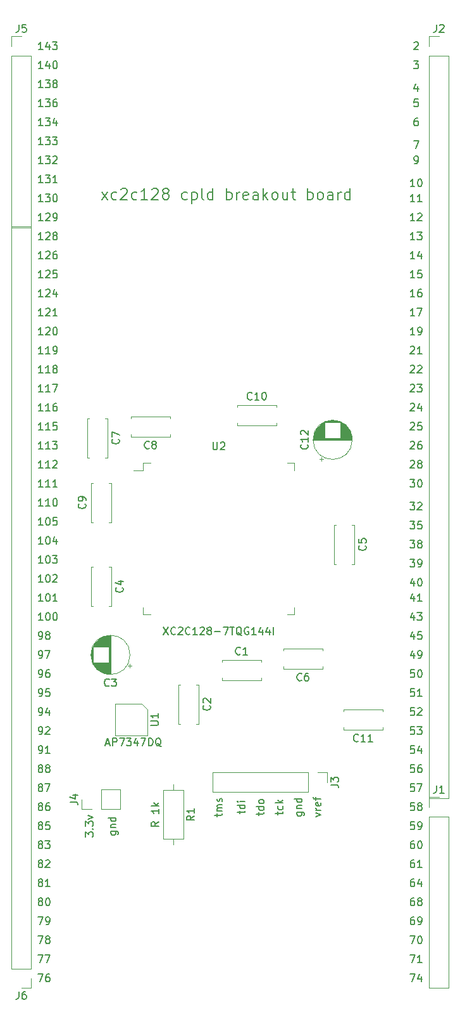
<source format=gbr>
%TF.GenerationSoftware,KiCad,Pcbnew,6.0.11-2627ca5db0~126~ubuntu22.04.1*%
%TF.CreationDate,2023-04-21T14:54:41-05:00*%
%TF.ProjectId,xc2c128_breakout,78633263-3132-4385-9f62-7265616b6f75,rev?*%
%TF.SameCoordinates,Original*%
%TF.FileFunction,Legend,Top*%
%TF.FilePolarity,Positive*%
%FSLAX46Y46*%
G04 Gerber Fmt 4.6, Leading zero omitted, Abs format (unit mm)*
G04 Created by KiCad (PCBNEW 6.0.11-2627ca5db0~126~ubuntu22.04.1) date 2023-04-21 14:54:41*
%MOMM*%
%LPD*%
G01*
G04 APERTURE LIST*
%ADD10C,0.150000*%
%ADD11C,0.120000*%
G04 APERTURE END LIST*
D10*
X68873714Y-165282476D02*
X69683238Y-165282476D01*
X69778476Y-165330095D01*
X69826095Y-165377714D01*
X69873714Y-165472952D01*
X69873714Y-165615809D01*
X69826095Y-165711047D01*
X69492761Y-165282476D02*
X69540380Y-165377714D01*
X69540380Y-165568190D01*
X69492761Y-165663428D01*
X69445142Y-165711047D01*
X69349904Y-165758666D01*
X69064190Y-165758666D01*
X68968952Y-165711047D01*
X68921333Y-165663428D01*
X68873714Y-165568190D01*
X68873714Y-165377714D01*
X68921333Y-165282476D01*
X68873714Y-164806285D02*
X69540380Y-164806285D01*
X68968952Y-164806285D02*
X68921333Y-164758666D01*
X68873714Y-164663428D01*
X68873714Y-164520571D01*
X68921333Y-164425333D01*
X69016571Y-164377714D01*
X69540380Y-164377714D01*
X69540380Y-163472952D02*
X68540380Y-163472952D01*
X69492761Y-163472952D02*
X69540380Y-163568190D01*
X69540380Y-163758666D01*
X69492761Y-163853904D01*
X69445142Y-163901523D01*
X69349904Y-163949142D01*
X69064190Y-163949142D01*
X68968952Y-163901523D01*
X68921333Y-163853904D01*
X68873714Y-163758666D01*
X68873714Y-163568190D01*
X68921333Y-163472952D01*
X65492380Y-166020571D02*
X65492380Y-165401523D01*
X65873333Y-165734857D01*
X65873333Y-165592000D01*
X65920952Y-165496761D01*
X65968571Y-165449142D01*
X66063809Y-165401523D01*
X66301904Y-165401523D01*
X66397142Y-165449142D01*
X66444761Y-165496761D01*
X66492380Y-165592000D01*
X66492380Y-165877714D01*
X66444761Y-165972952D01*
X66397142Y-166020571D01*
X66397142Y-164972952D02*
X66444761Y-164925333D01*
X66492380Y-164972952D01*
X66444761Y-165020571D01*
X66397142Y-164972952D01*
X66492380Y-164972952D01*
X65492380Y-164592000D02*
X65492380Y-163972952D01*
X65873333Y-164306285D01*
X65873333Y-164163428D01*
X65920952Y-164068190D01*
X65968571Y-164020571D01*
X66063809Y-163972952D01*
X66301904Y-163972952D01*
X66397142Y-164020571D01*
X66444761Y-164068190D01*
X66492380Y-164163428D01*
X66492380Y-164449142D01*
X66444761Y-164544380D01*
X66397142Y-164592000D01*
X65825714Y-163639619D02*
X66492380Y-163401523D01*
X65825714Y-163163428D01*
X109442285Y-59999619D02*
X109489904Y-59952000D01*
X109585142Y-59904380D01*
X109823238Y-59904380D01*
X109918476Y-59952000D01*
X109966095Y-59999619D01*
X110013714Y-60094857D01*
X110013714Y-60190095D01*
X109966095Y-60332952D01*
X109394666Y-60904380D01*
X110013714Y-60904380D01*
X109394666Y-62444380D02*
X110013714Y-62444380D01*
X109680380Y-62825333D01*
X109823238Y-62825333D01*
X109918476Y-62872952D01*
X109966095Y-62920571D01*
X110013714Y-63015809D01*
X110013714Y-63253904D01*
X109966095Y-63349142D01*
X109918476Y-63396761D01*
X109823238Y-63444380D01*
X109537523Y-63444380D01*
X109442285Y-63396761D01*
X109394666Y-63349142D01*
X109918476Y-65825714D02*
X109918476Y-66492380D01*
X109680380Y-65444761D02*
X109442285Y-66159047D01*
X110061333Y-66159047D01*
X109966095Y-67524380D02*
X109489904Y-67524380D01*
X109442285Y-68000571D01*
X109489904Y-67952952D01*
X109585142Y-67905333D01*
X109823238Y-67905333D01*
X109918476Y-67952952D01*
X109966095Y-68000571D01*
X110013714Y-68095809D01*
X110013714Y-68333904D01*
X109966095Y-68429142D01*
X109918476Y-68476761D01*
X109823238Y-68524380D01*
X109585142Y-68524380D01*
X109489904Y-68476761D01*
X109442285Y-68429142D01*
X109918476Y-70064380D02*
X109728000Y-70064380D01*
X109632761Y-70112000D01*
X109585142Y-70159619D01*
X109489904Y-70302476D01*
X109442285Y-70492952D01*
X109442285Y-70873904D01*
X109489904Y-70969142D01*
X109537523Y-71016761D01*
X109632761Y-71064380D01*
X109823238Y-71064380D01*
X109918476Y-71016761D01*
X109966095Y-70969142D01*
X110013714Y-70873904D01*
X110013714Y-70635809D01*
X109966095Y-70540571D01*
X109918476Y-70492952D01*
X109823238Y-70445333D01*
X109632761Y-70445333D01*
X109537523Y-70492952D01*
X109489904Y-70540571D01*
X109442285Y-70635809D01*
X109394666Y-73112380D02*
X110061333Y-73112380D01*
X109632761Y-74112380D01*
X109537523Y-76144380D02*
X109728000Y-76144380D01*
X109823238Y-76096761D01*
X109870857Y-76049142D01*
X109966095Y-75906285D01*
X110013714Y-75715809D01*
X110013714Y-75334857D01*
X109966095Y-75239619D01*
X109918476Y-75192000D01*
X109823238Y-75144380D01*
X109632761Y-75144380D01*
X109537523Y-75192000D01*
X109489904Y-75239619D01*
X109442285Y-75334857D01*
X109442285Y-75572952D01*
X109489904Y-75668190D01*
X109537523Y-75715809D01*
X109632761Y-75763428D01*
X109823238Y-75763428D01*
X109918476Y-75715809D01*
X109966095Y-75668190D01*
X110013714Y-75572952D01*
X109537523Y-79192380D02*
X108966095Y-79192380D01*
X109251809Y-79192380D02*
X109251809Y-78192380D01*
X109156571Y-78335238D01*
X109061333Y-78430476D01*
X108966095Y-78478095D01*
X110156571Y-78192380D02*
X110251809Y-78192380D01*
X110347047Y-78240000D01*
X110394666Y-78287619D01*
X110442285Y-78382857D01*
X110489904Y-78573333D01*
X110489904Y-78811428D01*
X110442285Y-79001904D01*
X110394666Y-79097142D01*
X110347047Y-79144761D01*
X110251809Y-79192380D01*
X110156571Y-79192380D01*
X110061333Y-79144761D01*
X110013714Y-79097142D01*
X109966095Y-79001904D01*
X109918476Y-78811428D01*
X109918476Y-78573333D01*
X109966095Y-78382857D01*
X110013714Y-78287619D01*
X110061333Y-78240000D01*
X110156571Y-78192380D01*
X109537523Y-81224380D02*
X108966095Y-81224380D01*
X109251809Y-81224380D02*
X109251809Y-80224380D01*
X109156571Y-80367238D01*
X109061333Y-80462476D01*
X108966095Y-80510095D01*
X110489904Y-81224380D02*
X109918476Y-81224380D01*
X110204190Y-81224380D02*
X110204190Y-80224380D01*
X110108952Y-80367238D01*
X110013714Y-80462476D01*
X109918476Y-80510095D01*
X109537523Y-83764380D02*
X108966095Y-83764380D01*
X109251809Y-83764380D02*
X109251809Y-82764380D01*
X109156571Y-82907238D01*
X109061333Y-83002476D01*
X108966095Y-83050095D01*
X109918476Y-82859619D02*
X109966095Y-82812000D01*
X110061333Y-82764380D01*
X110299428Y-82764380D01*
X110394666Y-82812000D01*
X110442285Y-82859619D01*
X110489904Y-82954857D01*
X110489904Y-83050095D01*
X110442285Y-83192952D01*
X109870857Y-83764380D01*
X110489904Y-83764380D01*
X109537523Y-86304380D02*
X108966095Y-86304380D01*
X109251809Y-86304380D02*
X109251809Y-85304380D01*
X109156571Y-85447238D01*
X109061333Y-85542476D01*
X108966095Y-85590095D01*
X109870857Y-85304380D02*
X110489904Y-85304380D01*
X110156571Y-85685333D01*
X110299428Y-85685333D01*
X110394666Y-85732952D01*
X110442285Y-85780571D01*
X110489904Y-85875809D01*
X110489904Y-86113904D01*
X110442285Y-86209142D01*
X110394666Y-86256761D01*
X110299428Y-86304380D01*
X110013714Y-86304380D01*
X109918476Y-86256761D01*
X109870857Y-86209142D01*
X109537523Y-88844380D02*
X108966095Y-88844380D01*
X109251809Y-88844380D02*
X109251809Y-87844380D01*
X109156571Y-87987238D01*
X109061333Y-88082476D01*
X108966095Y-88130095D01*
X110394666Y-88177714D02*
X110394666Y-88844380D01*
X110156571Y-87796761D02*
X109918476Y-88511047D01*
X110537523Y-88511047D01*
X109537523Y-91384380D02*
X108966095Y-91384380D01*
X109251809Y-91384380D02*
X109251809Y-90384380D01*
X109156571Y-90527238D01*
X109061333Y-90622476D01*
X108966095Y-90670095D01*
X110442285Y-90384380D02*
X109966095Y-90384380D01*
X109918476Y-90860571D01*
X109966095Y-90812952D01*
X110061333Y-90765333D01*
X110299428Y-90765333D01*
X110394666Y-90812952D01*
X110442285Y-90860571D01*
X110489904Y-90955809D01*
X110489904Y-91193904D01*
X110442285Y-91289142D01*
X110394666Y-91336761D01*
X110299428Y-91384380D01*
X110061333Y-91384380D01*
X109966095Y-91336761D01*
X109918476Y-91289142D01*
X109537523Y-93924380D02*
X108966095Y-93924380D01*
X109251809Y-93924380D02*
X109251809Y-92924380D01*
X109156571Y-93067238D01*
X109061333Y-93162476D01*
X108966095Y-93210095D01*
X110394666Y-92924380D02*
X110204190Y-92924380D01*
X110108952Y-92972000D01*
X110061333Y-93019619D01*
X109966095Y-93162476D01*
X109918476Y-93352952D01*
X109918476Y-93733904D01*
X109966095Y-93829142D01*
X110013714Y-93876761D01*
X110108952Y-93924380D01*
X110299428Y-93924380D01*
X110394666Y-93876761D01*
X110442285Y-93829142D01*
X110489904Y-93733904D01*
X110489904Y-93495809D01*
X110442285Y-93400571D01*
X110394666Y-93352952D01*
X110299428Y-93305333D01*
X110108952Y-93305333D01*
X110013714Y-93352952D01*
X109966095Y-93400571D01*
X109918476Y-93495809D01*
X109537523Y-96464380D02*
X108966095Y-96464380D01*
X109251809Y-96464380D02*
X109251809Y-95464380D01*
X109156571Y-95607238D01*
X109061333Y-95702476D01*
X108966095Y-95750095D01*
X109870857Y-95464380D02*
X110537523Y-95464380D01*
X110108952Y-96464380D01*
X109537523Y-99004380D02*
X108966095Y-99004380D01*
X109251809Y-99004380D02*
X109251809Y-98004380D01*
X109156571Y-98147238D01*
X109061333Y-98242476D01*
X108966095Y-98290095D01*
X110013714Y-99004380D02*
X110204190Y-99004380D01*
X110299428Y-98956761D01*
X110347047Y-98909142D01*
X110442285Y-98766285D01*
X110489904Y-98575809D01*
X110489904Y-98194857D01*
X110442285Y-98099619D01*
X110394666Y-98052000D01*
X110299428Y-98004380D01*
X110108952Y-98004380D01*
X110013714Y-98052000D01*
X109966095Y-98099619D01*
X109918476Y-98194857D01*
X109918476Y-98432952D01*
X109966095Y-98528190D01*
X110013714Y-98575809D01*
X110108952Y-98623428D01*
X110299428Y-98623428D01*
X110394666Y-98575809D01*
X110442285Y-98528190D01*
X110489904Y-98432952D01*
X108966095Y-100639619D02*
X109013714Y-100592000D01*
X109108952Y-100544380D01*
X109347047Y-100544380D01*
X109442285Y-100592000D01*
X109489904Y-100639619D01*
X109537523Y-100734857D01*
X109537523Y-100830095D01*
X109489904Y-100972952D01*
X108918476Y-101544380D01*
X109537523Y-101544380D01*
X110489904Y-101544380D02*
X109918476Y-101544380D01*
X110204190Y-101544380D02*
X110204190Y-100544380D01*
X110108952Y-100687238D01*
X110013714Y-100782476D01*
X109918476Y-100830095D01*
X108966095Y-103179619D02*
X109013714Y-103132000D01*
X109108952Y-103084380D01*
X109347047Y-103084380D01*
X109442285Y-103132000D01*
X109489904Y-103179619D01*
X109537523Y-103274857D01*
X109537523Y-103370095D01*
X109489904Y-103512952D01*
X108918476Y-104084380D01*
X109537523Y-104084380D01*
X109918476Y-103179619D02*
X109966095Y-103132000D01*
X110061333Y-103084380D01*
X110299428Y-103084380D01*
X110394666Y-103132000D01*
X110442285Y-103179619D01*
X110489904Y-103274857D01*
X110489904Y-103370095D01*
X110442285Y-103512952D01*
X109870857Y-104084380D01*
X110489904Y-104084380D01*
X108966095Y-105719619D02*
X109013714Y-105672000D01*
X109108952Y-105624380D01*
X109347047Y-105624380D01*
X109442285Y-105672000D01*
X109489904Y-105719619D01*
X109537523Y-105814857D01*
X109537523Y-105910095D01*
X109489904Y-106052952D01*
X108918476Y-106624380D01*
X109537523Y-106624380D01*
X109870857Y-105624380D02*
X110489904Y-105624380D01*
X110156571Y-106005333D01*
X110299428Y-106005333D01*
X110394666Y-106052952D01*
X110442285Y-106100571D01*
X110489904Y-106195809D01*
X110489904Y-106433904D01*
X110442285Y-106529142D01*
X110394666Y-106576761D01*
X110299428Y-106624380D01*
X110013714Y-106624380D01*
X109918476Y-106576761D01*
X109870857Y-106529142D01*
X108966095Y-108259619D02*
X109013714Y-108212000D01*
X109108952Y-108164380D01*
X109347047Y-108164380D01*
X109442285Y-108212000D01*
X109489904Y-108259619D01*
X109537523Y-108354857D01*
X109537523Y-108450095D01*
X109489904Y-108592952D01*
X108918476Y-109164380D01*
X109537523Y-109164380D01*
X110394666Y-108497714D02*
X110394666Y-109164380D01*
X110156571Y-108116761D02*
X109918476Y-108831047D01*
X110537523Y-108831047D01*
X108966095Y-110799619D02*
X109013714Y-110752000D01*
X109108952Y-110704380D01*
X109347047Y-110704380D01*
X109442285Y-110752000D01*
X109489904Y-110799619D01*
X109537523Y-110894857D01*
X109537523Y-110990095D01*
X109489904Y-111132952D01*
X108918476Y-111704380D01*
X109537523Y-111704380D01*
X110442285Y-110704380D02*
X109966095Y-110704380D01*
X109918476Y-111180571D01*
X109966095Y-111132952D01*
X110061333Y-111085333D01*
X110299428Y-111085333D01*
X110394666Y-111132952D01*
X110442285Y-111180571D01*
X110489904Y-111275809D01*
X110489904Y-111513904D01*
X110442285Y-111609142D01*
X110394666Y-111656761D01*
X110299428Y-111704380D01*
X110061333Y-111704380D01*
X109966095Y-111656761D01*
X109918476Y-111609142D01*
X108966095Y-113339619D02*
X109013714Y-113292000D01*
X109108952Y-113244380D01*
X109347047Y-113244380D01*
X109442285Y-113292000D01*
X109489904Y-113339619D01*
X109537523Y-113434857D01*
X109537523Y-113530095D01*
X109489904Y-113672952D01*
X108918476Y-114244380D01*
X109537523Y-114244380D01*
X110394666Y-113244380D02*
X110204190Y-113244380D01*
X110108952Y-113292000D01*
X110061333Y-113339619D01*
X109966095Y-113482476D01*
X109918476Y-113672952D01*
X109918476Y-114053904D01*
X109966095Y-114149142D01*
X110013714Y-114196761D01*
X110108952Y-114244380D01*
X110299428Y-114244380D01*
X110394666Y-114196761D01*
X110442285Y-114149142D01*
X110489904Y-114053904D01*
X110489904Y-113815809D01*
X110442285Y-113720571D01*
X110394666Y-113672952D01*
X110299428Y-113625333D01*
X110108952Y-113625333D01*
X110013714Y-113672952D01*
X109966095Y-113720571D01*
X109918476Y-113815809D01*
X108966095Y-115879619D02*
X109013714Y-115832000D01*
X109108952Y-115784380D01*
X109347047Y-115784380D01*
X109442285Y-115832000D01*
X109489904Y-115879619D01*
X109537523Y-115974857D01*
X109537523Y-116070095D01*
X109489904Y-116212952D01*
X108918476Y-116784380D01*
X109537523Y-116784380D01*
X110108952Y-116212952D02*
X110013714Y-116165333D01*
X109966095Y-116117714D01*
X109918476Y-116022476D01*
X109918476Y-115974857D01*
X109966095Y-115879619D01*
X110013714Y-115832000D01*
X110108952Y-115784380D01*
X110299428Y-115784380D01*
X110394666Y-115832000D01*
X110442285Y-115879619D01*
X110489904Y-115974857D01*
X110489904Y-116022476D01*
X110442285Y-116117714D01*
X110394666Y-116165333D01*
X110299428Y-116212952D01*
X110108952Y-116212952D01*
X110013714Y-116260571D01*
X109966095Y-116308190D01*
X109918476Y-116403428D01*
X109918476Y-116593904D01*
X109966095Y-116689142D01*
X110013714Y-116736761D01*
X110108952Y-116784380D01*
X110299428Y-116784380D01*
X110394666Y-116736761D01*
X110442285Y-116689142D01*
X110489904Y-116593904D01*
X110489904Y-116403428D01*
X110442285Y-116308190D01*
X110394666Y-116260571D01*
X110299428Y-116212952D01*
X108918476Y-118324380D02*
X109537523Y-118324380D01*
X109204190Y-118705333D01*
X109347047Y-118705333D01*
X109442285Y-118752952D01*
X109489904Y-118800571D01*
X109537523Y-118895809D01*
X109537523Y-119133904D01*
X109489904Y-119229142D01*
X109442285Y-119276761D01*
X109347047Y-119324380D01*
X109061333Y-119324380D01*
X108966095Y-119276761D01*
X108918476Y-119229142D01*
X110156571Y-118324380D02*
X110251809Y-118324380D01*
X110347047Y-118372000D01*
X110394666Y-118419619D01*
X110442285Y-118514857D01*
X110489904Y-118705333D01*
X110489904Y-118943428D01*
X110442285Y-119133904D01*
X110394666Y-119229142D01*
X110347047Y-119276761D01*
X110251809Y-119324380D01*
X110156571Y-119324380D01*
X110061333Y-119276761D01*
X110013714Y-119229142D01*
X109966095Y-119133904D01*
X109918476Y-118943428D01*
X109918476Y-118705333D01*
X109966095Y-118514857D01*
X110013714Y-118419619D01*
X110061333Y-118372000D01*
X110156571Y-118324380D01*
X108918476Y-121372380D02*
X109537523Y-121372380D01*
X109204190Y-121753333D01*
X109347047Y-121753333D01*
X109442285Y-121800952D01*
X109489904Y-121848571D01*
X109537523Y-121943809D01*
X109537523Y-122181904D01*
X109489904Y-122277142D01*
X109442285Y-122324761D01*
X109347047Y-122372380D01*
X109061333Y-122372380D01*
X108966095Y-122324761D01*
X108918476Y-122277142D01*
X109918476Y-121467619D02*
X109966095Y-121420000D01*
X110061333Y-121372380D01*
X110299428Y-121372380D01*
X110394666Y-121420000D01*
X110442285Y-121467619D01*
X110489904Y-121562857D01*
X110489904Y-121658095D01*
X110442285Y-121800952D01*
X109870857Y-122372380D01*
X110489904Y-122372380D01*
X108918476Y-123912380D02*
X109537523Y-123912380D01*
X109204190Y-124293333D01*
X109347047Y-124293333D01*
X109442285Y-124340952D01*
X109489904Y-124388571D01*
X109537523Y-124483809D01*
X109537523Y-124721904D01*
X109489904Y-124817142D01*
X109442285Y-124864761D01*
X109347047Y-124912380D01*
X109061333Y-124912380D01*
X108966095Y-124864761D01*
X108918476Y-124817142D01*
X110442285Y-123912380D02*
X109966095Y-123912380D01*
X109918476Y-124388571D01*
X109966095Y-124340952D01*
X110061333Y-124293333D01*
X110299428Y-124293333D01*
X110394666Y-124340952D01*
X110442285Y-124388571D01*
X110489904Y-124483809D01*
X110489904Y-124721904D01*
X110442285Y-124817142D01*
X110394666Y-124864761D01*
X110299428Y-124912380D01*
X110061333Y-124912380D01*
X109966095Y-124864761D01*
X109918476Y-124817142D01*
X108918476Y-126452380D02*
X109537523Y-126452380D01*
X109204190Y-126833333D01*
X109347047Y-126833333D01*
X109442285Y-126880952D01*
X109489904Y-126928571D01*
X109537523Y-127023809D01*
X109537523Y-127261904D01*
X109489904Y-127357142D01*
X109442285Y-127404761D01*
X109347047Y-127452380D01*
X109061333Y-127452380D01*
X108966095Y-127404761D01*
X108918476Y-127357142D01*
X110108952Y-126880952D02*
X110013714Y-126833333D01*
X109966095Y-126785714D01*
X109918476Y-126690476D01*
X109918476Y-126642857D01*
X109966095Y-126547619D01*
X110013714Y-126500000D01*
X110108952Y-126452380D01*
X110299428Y-126452380D01*
X110394666Y-126500000D01*
X110442285Y-126547619D01*
X110489904Y-126642857D01*
X110489904Y-126690476D01*
X110442285Y-126785714D01*
X110394666Y-126833333D01*
X110299428Y-126880952D01*
X110108952Y-126880952D01*
X110013714Y-126928571D01*
X109966095Y-126976190D01*
X109918476Y-127071428D01*
X109918476Y-127261904D01*
X109966095Y-127357142D01*
X110013714Y-127404761D01*
X110108952Y-127452380D01*
X110299428Y-127452380D01*
X110394666Y-127404761D01*
X110442285Y-127357142D01*
X110489904Y-127261904D01*
X110489904Y-127071428D01*
X110442285Y-126976190D01*
X110394666Y-126928571D01*
X110299428Y-126880952D01*
X108918476Y-128992380D02*
X109537523Y-128992380D01*
X109204190Y-129373333D01*
X109347047Y-129373333D01*
X109442285Y-129420952D01*
X109489904Y-129468571D01*
X109537523Y-129563809D01*
X109537523Y-129801904D01*
X109489904Y-129897142D01*
X109442285Y-129944761D01*
X109347047Y-129992380D01*
X109061333Y-129992380D01*
X108966095Y-129944761D01*
X108918476Y-129897142D01*
X110013714Y-129992380D02*
X110204190Y-129992380D01*
X110299428Y-129944761D01*
X110347047Y-129897142D01*
X110442285Y-129754285D01*
X110489904Y-129563809D01*
X110489904Y-129182857D01*
X110442285Y-129087619D01*
X110394666Y-129040000D01*
X110299428Y-128992380D01*
X110108952Y-128992380D01*
X110013714Y-129040000D01*
X109966095Y-129087619D01*
X109918476Y-129182857D01*
X109918476Y-129420952D01*
X109966095Y-129516190D01*
X110013714Y-129563809D01*
X110108952Y-129611428D01*
X110299428Y-129611428D01*
X110394666Y-129563809D01*
X110442285Y-129516190D01*
X110489904Y-129420952D01*
X109442285Y-131865714D02*
X109442285Y-132532380D01*
X109204190Y-131484761D02*
X108966095Y-132199047D01*
X109585142Y-132199047D01*
X110156571Y-131532380D02*
X110251809Y-131532380D01*
X110347047Y-131580000D01*
X110394666Y-131627619D01*
X110442285Y-131722857D01*
X110489904Y-131913333D01*
X110489904Y-132151428D01*
X110442285Y-132341904D01*
X110394666Y-132437142D01*
X110347047Y-132484761D01*
X110251809Y-132532380D01*
X110156571Y-132532380D01*
X110061333Y-132484761D01*
X110013714Y-132437142D01*
X109966095Y-132341904D01*
X109918476Y-132151428D01*
X109918476Y-131913333D01*
X109966095Y-131722857D01*
X110013714Y-131627619D01*
X110061333Y-131580000D01*
X110156571Y-131532380D01*
X109442285Y-133897714D02*
X109442285Y-134564380D01*
X109204190Y-133516761D02*
X108966095Y-134231047D01*
X109585142Y-134231047D01*
X110489904Y-134564380D02*
X109918476Y-134564380D01*
X110204190Y-134564380D02*
X110204190Y-133564380D01*
X110108952Y-133707238D01*
X110013714Y-133802476D01*
X109918476Y-133850095D01*
X109442285Y-136437714D02*
X109442285Y-137104380D01*
X109204190Y-136056761D02*
X108966095Y-136771047D01*
X109585142Y-136771047D01*
X109870857Y-136104380D02*
X110489904Y-136104380D01*
X110156571Y-136485333D01*
X110299428Y-136485333D01*
X110394666Y-136532952D01*
X110442285Y-136580571D01*
X110489904Y-136675809D01*
X110489904Y-136913904D01*
X110442285Y-137009142D01*
X110394666Y-137056761D01*
X110299428Y-137104380D01*
X110013714Y-137104380D01*
X109918476Y-137056761D01*
X109870857Y-137009142D01*
X109442285Y-138977714D02*
X109442285Y-139644380D01*
X109204190Y-138596761D02*
X108966095Y-139311047D01*
X109585142Y-139311047D01*
X110442285Y-138644380D02*
X109966095Y-138644380D01*
X109918476Y-139120571D01*
X109966095Y-139072952D01*
X110061333Y-139025333D01*
X110299428Y-139025333D01*
X110394666Y-139072952D01*
X110442285Y-139120571D01*
X110489904Y-139215809D01*
X110489904Y-139453904D01*
X110442285Y-139549142D01*
X110394666Y-139596761D01*
X110299428Y-139644380D01*
X110061333Y-139644380D01*
X109966095Y-139596761D01*
X109918476Y-139549142D01*
X109442285Y-141517714D02*
X109442285Y-142184380D01*
X109204190Y-141136761D02*
X108966095Y-141851047D01*
X109585142Y-141851047D01*
X110013714Y-142184380D02*
X110204190Y-142184380D01*
X110299428Y-142136761D01*
X110347047Y-142089142D01*
X110442285Y-141946285D01*
X110489904Y-141755809D01*
X110489904Y-141374857D01*
X110442285Y-141279619D01*
X110394666Y-141232000D01*
X110299428Y-141184380D01*
X110108952Y-141184380D01*
X110013714Y-141232000D01*
X109966095Y-141279619D01*
X109918476Y-141374857D01*
X109918476Y-141612952D01*
X109966095Y-141708190D01*
X110013714Y-141755809D01*
X110108952Y-141803428D01*
X110299428Y-141803428D01*
X110394666Y-141755809D01*
X110442285Y-141708190D01*
X110489904Y-141612952D01*
X109489904Y-143724380D02*
X109013714Y-143724380D01*
X108966095Y-144200571D01*
X109013714Y-144152952D01*
X109108952Y-144105333D01*
X109347047Y-144105333D01*
X109442285Y-144152952D01*
X109489904Y-144200571D01*
X109537523Y-144295809D01*
X109537523Y-144533904D01*
X109489904Y-144629142D01*
X109442285Y-144676761D01*
X109347047Y-144724380D01*
X109108952Y-144724380D01*
X109013714Y-144676761D01*
X108966095Y-144629142D01*
X110156571Y-143724380D02*
X110251809Y-143724380D01*
X110347047Y-143772000D01*
X110394666Y-143819619D01*
X110442285Y-143914857D01*
X110489904Y-144105333D01*
X110489904Y-144343428D01*
X110442285Y-144533904D01*
X110394666Y-144629142D01*
X110347047Y-144676761D01*
X110251809Y-144724380D01*
X110156571Y-144724380D01*
X110061333Y-144676761D01*
X110013714Y-144629142D01*
X109966095Y-144533904D01*
X109918476Y-144343428D01*
X109918476Y-144105333D01*
X109966095Y-143914857D01*
X110013714Y-143819619D01*
X110061333Y-143772000D01*
X110156571Y-143724380D01*
X109489904Y-146264380D02*
X109013714Y-146264380D01*
X108966095Y-146740571D01*
X109013714Y-146692952D01*
X109108952Y-146645333D01*
X109347047Y-146645333D01*
X109442285Y-146692952D01*
X109489904Y-146740571D01*
X109537523Y-146835809D01*
X109537523Y-147073904D01*
X109489904Y-147169142D01*
X109442285Y-147216761D01*
X109347047Y-147264380D01*
X109108952Y-147264380D01*
X109013714Y-147216761D01*
X108966095Y-147169142D01*
X110489904Y-147264380D02*
X109918476Y-147264380D01*
X110204190Y-147264380D02*
X110204190Y-146264380D01*
X110108952Y-146407238D01*
X110013714Y-146502476D01*
X109918476Y-146550095D01*
X109489904Y-148804380D02*
X109013714Y-148804380D01*
X108966095Y-149280571D01*
X109013714Y-149232952D01*
X109108952Y-149185333D01*
X109347047Y-149185333D01*
X109442285Y-149232952D01*
X109489904Y-149280571D01*
X109537523Y-149375809D01*
X109537523Y-149613904D01*
X109489904Y-149709142D01*
X109442285Y-149756761D01*
X109347047Y-149804380D01*
X109108952Y-149804380D01*
X109013714Y-149756761D01*
X108966095Y-149709142D01*
X109918476Y-148899619D02*
X109966095Y-148852000D01*
X110061333Y-148804380D01*
X110299428Y-148804380D01*
X110394666Y-148852000D01*
X110442285Y-148899619D01*
X110489904Y-148994857D01*
X110489904Y-149090095D01*
X110442285Y-149232952D01*
X109870857Y-149804380D01*
X110489904Y-149804380D01*
X109489904Y-151344380D02*
X109013714Y-151344380D01*
X108966095Y-151820571D01*
X109013714Y-151772952D01*
X109108952Y-151725333D01*
X109347047Y-151725333D01*
X109442285Y-151772952D01*
X109489904Y-151820571D01*
X109537523Y-151915809D01*
X109537523Y-152153904D01*
X109489904Y-152249142D01*
X109442285Y-152296761D01*
X109347047Y-152344380D01*
X109108952Y-152344380D01*
X109013714Y-152296761D01*
X108966095Y-152249142D01*
X109870857Y-151344380D02*
X110489904Y-151344380D01*
X110156571Y-151725333D01*
X110299428Y-151725333D01*
X110394666Y-151772952D01*
X110442285Y-151820571D01*
X110489904Y-151915809D01*
X110489904Y-152153904D01*
X110442285Y-152249142D01*
X110394666Y-152296761D01*
X110299428Y-152344380D01*
X110013714Y-152344380D01*
X109918476Y-152296761D01*
X109870857Y-152249142D01*
X109489904Y-153884380D02*
X109013714Y-153884380D01*
X108966095Y-154360571D01*
X109013714Y-154312952D01*
X109108952Y-154265333D01*
X109347047Y-154265333D01*
X109442285Y-154312952D01*
X109489904Y-154360571D01*
X109537523Y-154455809D01*
X109537523Y-154693904D01*
X109489904Y-154789142D01*
X109442285Y-154836761D01*
X109347047Y-154884380D01*
X109108952Y-154884380D01*
X109013714Y-154836761D01*
X108966095Y-154789142D01*
X110394666Y-154217714D02*
X110394666Y-154884380D01*
X110156571Y-153836761D02*
X109918476Y-154551047D01*
X110537523Y-154551047D01*
X109489904Y-156424380D02*
X109013714Y-156424380D01*
X108966095Y-156900571D01*
X109013714Y-156852952D01*
X109108952Y-156805333D01*
X109347047Y-156805333D01*
X109442285Y-156852952D01*
X109489904Y-156900571D01*
X109537523Y-156995809D01*
X109537523Y-157233904D01*
X109489904Y-157329142D01*
X109442285Y-157376761D01*
X109347047Y-157424380D01*
X109108952Y-157424380D01*
X109013714Y-157376761D01*
X108966095Y-157329142D01*
X110394666Y-156424380D02*
X110204190Y-156424380D01*
X110108952Y-156472000D01*
X110061333Y-156519619D01*
X109966095Y-156662476D01*
X109918476Y-156852952D01*
X109918476Y-157233904D01*
X109966095Y-157329142D01*
X110013714Y-157376761D01*
X110108952Y-157424380D01*
X110299428Y-157424380D01*
X110394666Y-157376761D01*
X110442285Y-157329142D01*
X110489904Y-157233904D01*
X110489904Y-156995809D01*
X110442285Y-156900571D01*
X110394666Y-156852952D01*
X110299428Y-156805333D01*
X110108952Y-156805333D01*
X110013714Y-156852952D01*
X109966095Y-156900571D01*
X109918476Y-156995809D01*
X109489904Y-158964380D02*
X109013714Y-158964380D01*
X108966095Y-159440571D01*
X109013714Y-159392952D01*
X109108952Y-159345333D01*
X109347047Y-159345333D01*
X109442285Y-159392952D01*
X109489904Y-159440571D01*
X109537523Y-159535809D01*
X109537523Y-159773904D01*
X109489904Y-159869142D01*
X109442285Y-159916761D01*
X109347047Y-159964380D01*
X109108952Y-159964380D01*
X109013714Y-159916761D01*
X108966095Y-159869142D01*
X109870857Y-158964380D02*
X110537523Y-158964380D01*
X110108952Y-159964380D01*
X109489904Y-161504380D02*
X109013714Y-161504380D01*
X108966095Y-161980571D01*
X109013714Y-161932952D01*
X109108952Y-161885333D01*
X109347047Y-161885333D01*
X109442285Y-161932952D01*
X109489904Y-161980571D01*
X109537523Y-162075809D01*
X109537523Y-162313904D01*
X109489904Y-162409142D01*
X109442285Y-162456761D01*
X109347047Y-162504380D01*
X109108952Y-162504380D01*
X109013714Y-162456761D01*
X108966095Y-162409142D01*
X110108952Y-161932952D02*
X110013714Y-161885333D01*
X109966095Y-161837714D01*
X109918476Y-161742476D01*
X109918476Y-161694857D01*
X109966095Y-161599619D01*
X110013714Y-161552000D01*
X110108952Y-161504380D01*
X110299428Y-161504380D01*
X110394666Y-161552000D01*
X110442285Y-161599619D01*
X110489904Y-161694857D01*
X110489904Y-161742476D01*
X110442285Y-161837714D01*
X110394666Y-161885333D01*
X110299428Y-161932952D01*
X110108952Y-161932952D01*
X110013714Y-161980571D01*
X109966095Y-162028190D01*
X109918476Y-162123428D01*
X109918476Y-162313904D01*
X109966095Y-162409142D01*
X110013714Y-162456761D01*
X110108952Y-162504380D01*
X110299428Y-162504380D01*
X110394666Y-162456761D01*
X110442285Y-162409142D01*
X110489904Y-162313904D01*
X110489904Y-162123428D01*
X110442285Y-162028190D01*
X110394666Y-161980571D01*
X110299428Y-161932952D01*
X109489904Y-164044380D02*
X109013714Y-164044380D01*
X108966095Y-164520571D01*
X109013714Y-164472952D01*
X109108952Y-164425333D01*
X109347047Y-164425333D01*
X109442285Y-164472952D01*
X109489904Y-164520571D01*
X109537523Y-164615809D01*
X109537523Y-164853904D01*
X109489904Y-164949142D01*
X109442285Y-164996761D01*
X109347047Y-165044380D01*
X109108952Y-165044380D01*
X109013714Y-164996761D01*
X108966095Y-164949142D01*
X110013714Y-165044380D02*
X110204190Y-165044380D01*
X110299428Y-164996761D01*
X110347047Y-164949142D01*
X110442285Y-164806285D01*
X110489904Y-164615809D01*
X110489904Y-164234857D01*
X110442285Y-164139619D01*
X110394666Y-164092000D01*
X110299428Y-164044380D01*
X110108952Y-164044380D01*
X110013714Y-164092000D01*
X109966095Y-164139619D01*
X109918476Y-164234857D01*
X109918476Y-164472952D01*
X109966095Y-164568190D01*
X110013714Y-164615809D01*
X110108952Y-164663428D01*
X110299428Y-164663428D01*
X110394666Y-164615809D01*
X110442285Y-164568190D01*
X110489904Y-164472952D01*
X109442285Y-166584380D02*
X109251809Y-166584380D01*
X109156571Y-166632000D01*
X109108952Y-166679619D01*
X109013714Y-166822476D01*
X108966095Y-167012952D01*
X108966095Y-167393904D01*
X109013714Y-167489142D01*
X109061333Y-167536761D01*
X109156571Y-167584380D01*
X109347047Y-167584380D01*
X109442285Y-167536761D01*
X109489904Y-167489142D01*
X109537523Y-167393904D01*
X109537523Y-167155809D01*
X109489904Y-167060571D01*
X109442285Y-167012952D01*
X109347047Y-166965333D01*
X109156571Y-166965333D01*
X109061333Y-167012952D01*
X109013714Y-167060571D01*
X108966095Y-167155809D01*
X110156571Y-166584380D02*
X110251809Y-166584380D01*
X110347047Y-166632000D01*
X110394666Y-166679619D01*
X110442285Y-166774857D01*
X110489904Y-166965333D01*
X110489904Y-167203428D01*
X110442285Y-167393904D01*
X110394666Y-167489142D01*
X110347047Y-167536761D01*
X110251809Y-167584380D01*
X110156571Y-167584380D01*
X110061333Y-167536761D01*
X110013714Y-167489142D01*
X109966095Y-167393904D01*
X109918476Y-167203428D01*
X109918476Y-166965333D01*
X109966095Y-166774857D01*
X110013714Y-166679619D01*
X110061333Y-166632000D01*
X110156571Y-166584380D01*
X109442285Y-169124380D02*
X109251809Y-169124380D01*
X109156571Y-169172000D01*
X109108952Y-169219619D01*
X109013714Y-169362476D01*
X108966095Y-169552952D01*
X108966095Y-169933904D01*
X109013714Y-170029142D01*
X109061333Y-170076761D01*
X109156571Y-170124380D01*
X109347047Y-170124380D01*
X109442285Y-170076761D01*
X109489904Y-170029142D01*
X109537523Y-169933904D01*
X109537523Y-169695809D01*
X109489904Y-169600571D01*
X109442285Y-169552952D01*
X109347047Y-169505333D01*
X109156571Y-169505333D01*
X109061333Y-169552952D01*
X109013714Y-169600571D01*
X108966095Y-169695809D01*
X110489904Y-170124380D02*
X109918476Y-170124380D01*
X110204190Y-170124380D02*
X110204190Y-169124380D01*
X110108952Y-169267238D01*
X110013714Y-169362476D01*
X109918476Y-169410095D01*
X109442285Y-171664380D02*
X109251809Y-171664380D01*
X109156571Y-171712000D01*
X109108952Y-171759619D01*
X109013714Y-171902476D01*
X108966095Y-172092952D01*
X108966095Y-172473904D01*
X109013714Y-172569142D01*
X109061333Y-172616761D01*
X109156571Y-172664380D01*
X109347047Y-172664380D01*
X109442285Y-172616761D01*
X109489904Y-172569142D01*
X109537523Y-172473904D01*
X109537523Y-172235809D01*
X109489904Y-172140571D01*
X109442285Y-172092952D01*
X109347047Y-172045333D01*
X109156571Y-172045333D01*
X109061333Y-172092952D01*
X109013714Y-172140571D01*
X108966095Y-172235809D01*
X110394666Y-171997714D02*
X110394666Y-172664380D01*
X110156571Y-171616761D02*
X109918476Y-172331047D01*
X110537523Y-172331047D01*
X109442285Y-174204380D02*
X109251809Y-174204380D01*
X109156571Y-174252000D01*
X109108952Y-174299619D01*
X109013714Y-174442476D01*
X108966095Y-174632952D01*
X108966095Y-175013904D01*
X109013714Y-175109142D01*
X109061333Y-175156761D01*
X109156571Y-175204380D01*
X109347047Y-175204380D01*
X109442285Y-175156761D01*
X109489904Y-175109142D01*
X109537523Y-175013904D01*
X109537523Y-174775809D01*
X109489904Y-174680571D01*
X109442285Y-174632952D01*
X109347047Y-174585333D01*
X109156571Y-174585333D01*
X109061333Y-174632952D01*
X109013714Y-174680571D01*
X108966095Y-174775809D01*
X110108952Y-174632952D02*
X110013714Y-174585333D01*
X109966095Y-174537714D01*
X109918476Y-174442476D01*
X109918476Y-174394857D01*
X109966095Y-174299619D01*
X110013714Y-174252000D01*
X110108952Y-174204380D01*
X110299428Y-174204380D01*
X110394666Y-174252000D01*
X110442285Y-174299619D01*
X110489904Y-174394857D01*
X110489904Y-174442476D01*
X110442285Y-174537714D01*
X110394666Y-174585333D01*
X110299428Y-174632952D01*
X110108952Y-174632952D01*
X110013714Y-174680571D01*
X109966095Y-174728190D01*
X109918476Y-174823428D01*
X109918476Y-175013904D01*
X109966095Y-175109142D01*
X110013714Y-175156761D01*
X110108952Y-175204380D01*
X110299428Y-175204380D01*
X110394666Y-175156761D01*
X110442285Y-175109142D01*
X110489904Y-175013904D01*
X110489904Y-174823428D01*
X110442285Y-174728190D01*
X110394666Y-174680571D01*
X110299428Y-174632952D01*
X109442285Y-176744380D02*
X109251809Y-176744380D01*
X109156571Y-176792000D01*
X109108952Y-176839619D01*
X109013714Y-176982476D01*
X108966095Y-177172952D01*
X108966095Y-177553904D01*
X109013714Y-177649142D01*
X109061333Y-177696761D01*
X109156571Y-177744380D01*
X109347047Y-177744380D01*
X109442285Y-177696761D01*
X109489904Y-177649142D01*
X109537523Y-177553904D01*
X109537523Y-177315809D01*
X109489904Y-177220571D01*
X109442285Y-177172952D01*
X109347047Y-177125333D01*
X109156571Y-177125333D01*
X109061333Y-177172952D01*
X109013714Y-177220571D01*
X108966095Y-177315809D01*
X110013714Y-177744380D02*
X110204190Y-177744380D01*
X110299428Y-177696761D01*
X110347047Y-177649142D01*
X110442285Y-177506285D01*
X110489904Y-177315809D01*
X110489904Y-176934857D01*
X110442285Y-176839619D01*
X110394666Y-176792000D01*
X110299428Y-176744380D01*
X110108952Y-176744380D01*
X110013714Y-176792000D01*
X109966095Y-176839619D01*
X109918476Y-176934857D01*
X109918476Y-177172952D01*
X109966095Y-177268190D01*
X110013714Y-177315809D01*
X110108952Y-177363428D01*
X110299428Y-177363428D01*
X110394666Y-177315809D01*
X110442285Y-177268190D01*
X110489904Y-177172952D01*
X108918476Y-179284380D02*
X109585142Y-179284380D01*
X109156571Y-180284380D01*
X110156571Y-179284380D02*
X110251809Y-179284380D01*
X110347047Y-179332000D01*
X110394666Y-179379619D01*
X110442285Y-179474857D01*
X110489904Y-179665333D01*
X110489904Y-179903428D01*
X110442285Y-180093904D01*
X110394666Y-180189142D01*
X110347047Y-180236761D01*
X110251809Y-180284380D01*
X110156571Y-180284380D01*
X110061333Y-180236761D01*
X110013714Y-180189142D01*
X109966095Y-180093904D01*
X109918476Y-179903428D01*
X109918476Y-179665333D01*
X109966095Y-179474857D01*
X110013714Y-179379619D01*
X110061333Y-179332000D01*
X110156571Y-179284380D01*
X108918476Y-181824380D02*
X109585142Y-181824380D01*
X109156571Y-182824380D01*
X110489904Y-182824380D02*
X109918476Y-182824380D01*
X110204190Y-182824380D02*
X110204190Y-181824380D01*
X110108952Y-181967238D01*
X110013714Y-182062476D01*
X109918476Y-182110095D01*
X108918476Y-184364380D02*
X109585142Y-184364380D01*
X109156571Y-185364380D01*
X110394666Y-184697714D02*
X110394666Y-185364380D01*
X110156571Y-184316761D02*
X109918476Y-185031047D01*
X110537523Y-185031047D01*
X59134476Y-184364380D02*
X59801142Y-184364380D01*
X59372571Y-185364380D01*
X60610666Y-184364380D02*
X60420190Y-184364380D01*
X60324952Y-184412000D01*
X60277333Y-184459619D01*
X60182095Y-184602476D01*
X60134476Y-184792952D01*
X60134476Y-185173904D01*
X60182095Y-185269142D01*
X60229714Y-185316761D01*
X60324952Y-185364380D01*
X60515428Y-185364380D01*
X60610666Y-185316761D01*
X60658285Y-185269142D01*
X60705904Y-185173904D01*
X60705904Y-184935809D01*
X60658285Y-184840571D01*
X60610666Y-184792952D01*
X60515428Y-184745333D01*
X60324952Y-184745333D01*
X60229714Y-184792952D01*
X60182095Y-184840571D01*
X60134476Y-184935809D01*
X59134476Y-181824380D02*
X59801142Y-181824380D01*
X59372571Y-182824380D01*
X60086857Y-181824380D02*
X60753523Y-181824380D01*
X60324952Y-182824380D01*
X59134476Y-179284380D02*
X59801142Y-179284380D01*
X59372571Y-180284380D01*
X60324952Y-179712952D02*
X60229714Y-179665333D01*
X60182095Y-179617714D01*
X60134476Y-179522476D01*
X60134476Y-179474857D01*
X60182095Y-179379619D01*
X60229714Y-179332000D01*
X60324952Y-179284380D01*
X60515428Y-179284380D01*
X60610666Y-179332000D01*
X60658285Y-179379619D01*
X60705904Y-179474857D01*
X60705904Y-179522476D01*
X60658285Y-179617714D01*
X60610666Y-179665333D01*
X60515428Y-179712952D01*
X60324952Y-179712952D01*
X60229714Y-179760571D01*
X60182095Y-179808190D01*
X60134476Y-179903428D01*
X60134476Y-180093904D01*
X60182095Y-180189142D01*
X60229714Y-180236761D01*
X60324952Y-180284380D01*
X60515428Y-180284380D01*
X60610666Y-180236761D01*
X60658285Y-180189142D01*
X60705904Y-180093904D01*
X60705904Y-179903428D01*
X60658285Y-179808190D01*
X60610666Y-179760571D01*
X60515428Y-179712952D01*
X59134476Y-176744380D02*
X59801142Y-176744380D01*
X59372571Y-177744380D01*
X60229714Y-177744380D02*
X60420190Y-177744380D01*
X60515428Y-177696761D01*
X60563047Y-177649142D01*
X60658285Y-177506285D01*
X60705904Y-177315809D01*
X60705904Y-176934857D01*
X60658285Y-176839619D01*
X60610666Y-176792000D01*
X60515428Y-176744380D01*
X60324952Y-176744380D01*
X60229714Y-176792000D01*
X60182095Y-176839619D01*
X60134476Y-176934857D01*
X60134476Y-177172952D01*
X60182095Y-177268190D01*
X60229714Y-177315809D01*
X60324952Y-177363428D01*
X60515428Y-177363428D01*
X60610666Y-177315809D01*
X60658285Y-177268190D01*
X60705904Y-177172952D01*
X59372571Y-174632952D02*
X59277333Y-174585333D01*
X59229714Y-174537714D01*
X59182095Y-174442476D01*
X59182095Y-174394857D01*
X59229714Y-174299619D01*
X59277333Y-174252000D01*
X59372571Y-174204380D01*
X59563047Y-174204380D01*
X59658285Y-174252000D01*
X59705904Y-174299619D01*
X59753523Y-174394857D01*
X59753523Y-174442476D01*
X59705904Y-174537714D01*
X59658285Y-174585333D01*
X59563047Y-174632952D01*
X59372571Y-174632952D01*
X59277333Y-174680571D01*
X59229714Y-174728190D01*
X59182095Y-174823428D01*
X59182095Y-175013904D01*
X59229714Y-175109142D01*
X59277333Y-175156761D01*
X59372571Y-175204380D01*
X59563047Y-175204380D01*
X59658285Y-175156761D01*
X59705904Y-175109142D01*
X59753523Y-175013904D01*
X59753523Y-174823428D01*
X59705904Y-174728190D01*
X59658285Y-174680571D01*
X59563047Y-174632952D01*
X60372571Y-174204380D02*
X60467809Y-174204380D01*
X60563047Y-174252000D01*
X60610666Y-174299619D01*
X60658285Y-174394857D01*
X60705904Y-174585333D01*
X60705904Y-174823428D01*
X60658285Y-175013904D01*
X60610666Y-175109142D01*
X60563047Y-175156761D01*
X60467809Y-175204380D01*
X60372571Y-175204380D01*
X60277333Y-175156761D01*
X60229714Y-175109142D01*
X60182095Y-175013904D01*
X60134476Y-174823428D01*
X60134476Y-174585333D01*
X60182095Y-174394857D01*
X60229714Y-174299619D01*
X60277333Y-174252000D01*
X60372571Y-174204380D01*
X59372571Y-172092952D02*
X59277333Y-172045333D01*
X59229714Y-171997714D01*
X59182095Y-171902476D01*
X59182095Y-171854857D01*
X59229714Y-171759619D01*
X59277333Y-171712000D01*
X59372571Y-171664380D01*
X59563047Y-171664380D01*
X59658285Y-171712000D01*
X59705904Y-171759619D01*
X59753523Y-171854857D01*
X59753523Y-171902476D01*
X59705904Y-171997714D01*
X59658285Y-172045333D01*
X59563047Y-172092952D01*
X59372571Y-172092952D01*
X59277333Y-172140571D01*
X59229714Y-172188190D01*
X59182095Y-172283428D01*
X59182095Y-172473904D01*
X59229714Y-172569142D01*
X59277333Y-172616761D01*
X59372571Y-172664380D01*
X59563047Y-172664380D01*
X59658285Y-172616761D01*
X59705904Y-172569142D01*
X59753523Y-172473904D01*
X59753523Y-172283428D01*
X59705904Y-172188190D01*
X59658285Y-172140571D01*
X59563047Y-172092952D01*
X60705904Y-172664380D02*
X60134476Y-172664380D01*
X60420190Y-172664380D02*
X60420190Y-171664380D01*
X60324952Y-171807238D01*
X60229714Y-171902476D01*
X60134476Y-171950095D01*
X59372571Y-169552952D02*
X59277333Y-169505333D01*
X59229714Y-169457714D01*
X59182095Y-169362476D01*
X59182095Y-169314857D01*
X59229714Y-169219619D01*
X59277333Y-169172000D01*
X59372571Y-169124380D01*
X59563047Y-169124380D01*
X59658285Y-169172000D01*
X59705904Y-169219619D01*
X59753523Y-169314857D01*
X59753523Y-169362476D01*
X59705904Y-169457714D01*
X59658285Y-169505333D01*
X59563047Y-169552952D01*
X59372571Y-169552952D01*
X59277333Y-169600571D01*
X59229714Y-169648190D01*
X59182095Y-169743428D01*
X59182095Y-169933904D01*
X59229714Y-170029142D01*
X59277333Y-170076761D01*
X59372571Y-170124380D01*
X59563047Y-170124380D01*
X59658285Y-170076761D01*
X59705904Y-170029142D01*
X59753523Y-169933904D01*
X59753523Y-169743428D01*
X59705904Y-169648190D01*
X59658285Y-169600571D01*
X59563047Y-169552952D01*
X60134476Y-169219619D02*
X60182095Y-169172000D01*
X60277333Y-169124380D01*
X60515428Y-169124380D01*
X60610666Y-169172000D01*
X60658285Y-169219619D01*
X60705904Y-169314857D01*
X60705904Y-169410095D01*
X60658285Y-169552952D01*
X60086857Y-170124380D01*
X60705904Y-170124380D01*
X59372571Y-167012952D02*
X59277333Y-166965333D01*
X59229714Y-166917714D01*
X59182095Y-166822476D01*
X59182095Y-166774857D01*
X59229714Y-166679619D01*
X59277333Y-166632000D01*
X59372571Y-166584380D01*
X59563047Y-166584380D01*
X59658285Y-166632000D01*
X59705904Y-166679619D01*
X59753523Y-166774857D01*
X59753523Y-166822476D01*
X59705904Y-166917714D01*
X59658285Y-166965333D01*
X59563047Y-167012952D01*
X59372571Y-167012952D01*
X59277333Y-167060571D01*
X59229714Y-167108190D01*
X59182095Y-167203428D01*
X59182095Y-167393904D01*
X59229714Y-167489142D01*
X59277333Y-167536761D01*
X59372571Y-167584380D01*
X59563047Y-167584380D01*
X59658285Y-167536761D01*
X59705904Y-167489142D01*
X59753523Y-167393904D01*
X59753523Y-167203428D01*
X59705904Y-167108190D01*
X59658285Y-167060571D01*
X59563047Y-167012952D01*
X60086857Y-166584380D02*
X60705904Y-166584380D01*
X60372571Y-166965333D01*
X60515428Y-166965333D01*
X60610666Y-167012952D01*
X60658285Y-167060571D01*
X60705904Y-167155809D01*
X60705904Y-167393904D01*
X60658285Y-167489142D01*
X60610666Y-167536761D01*
X60515428Y-167584380D01*
X60229714Y-167584380D01*
X60134476Y-167536761D01*
X60086857Y-167489142D01*
X59372571Y-164472952D02*
X59277333Y-164425333D01*
X59229714Y-164377714D01*
X59182095Y-164282476D01*
X59182095Y-164234857D01*
X59229714Y-164139619D01*
X59277333Y-164092000D01*
X59372571Y-164044380D01*
X59563047Y-164044380D01*
X59658285Y-164092000D01*
X59705904Y-164139619D01*
X59753523Y-164234857D01*
X59753523Y-164282476D01*
X59705904Y-164377714D01*
X59658285Y-164425333D01*
X59563047Y-164472952D01*
X59372571Y-164472952D01*
X59277333Y-164520571D01*
X59229714Y-164568190D01*
X59182095Y-164663428D01*
X59182095Y-164853904D01*
X59229714Y-164949142D01*
X59277333Y-164996761D01*
X59372571Y-165044380D01*
X59563047Y-165044380D01*
X59658285Y-164996761D01*
X59705904Y-164949142D01*
X59753523Y-164853904D01*
X59753523Y-164663428D01*
X59705904Y-164568190D01*
X59658285Y-164520571D01*
X59563047Y-164472952D01*
X60658285Y-164044380D02*
X60182095Y-164044380D01*
X60134476Y-164520571D01*
X60182095Y-164472952D01*
X60277333Y-164425333D01*
X60515428Y-164425333D01*
X60610666Y-164472952D01*
X60658285Y-164520571D01*
X60705904Y-164615809D01*
X60705904Y-164853904D01*
X60658285Y-164949142D01*
X60610666Y-164996761D01*
X60515428Y-165044380D01*
X60277333Y-165044380D01*
X60182095Y-164996761D01*
X60134476Y-164949142D01*
X59372571Y-161932952D02*
X59277333Y-161885333D01*
X59229714Y-161837714D01*
X59182095Y-161742476D01*
X59182095Y-161694857D01*
X59229714Y-161599619D01*
X59277333Y-161552000D01*
X59372571Y-161504380D01*
X59563047Y-161504380D01*
X59658285Y-161552000D01*
X59705904Y-161599619D01*
X59753523Y-161694857D01*
X59753523Y-161742476D01*
X59705904Y-161837714D01*
X59658285Y-161885333D01*
X59563047Y-161932952D01*
X59372571Y-161932952D01*
X59277333Y-161980571D01*
X59229714Y-162028190D01*
X59182095Y-162123428D01*
X59182095Y-162313904D01*
X59229714Y-162409142D01*
X59277333Y-162456761D01*
X59372571Y-162504380D01*
X59563047Y-162504380D01*
X59658285Y-162456761D01*
X59705904Y-162409142D01*
X59753523Y-162313904D01*
X59753523Y-162123428D01*
X59705904Y-162028190D01*
X59658285Y-161980571D01*
X59563047Y-161932952D01*
X60610666Y-161504380D02*
X60420190Y-161504380D01*
X60324952Y-161552000D01*
X60277333Y-161599619D01*
X60182095Y-161742476D01*
X60134476Y-161932952D01*
X60134476Y-162313904D01*
X60182095Y-162409142D01*
X60229714Y-162456761D01*
X60324952Y-162504380D01*
X60515428Y-162504380D01*
X60610666Y-162456761D01*
X60658285Y-162409142D01*
X60705904Y-162313904D01*
X60705904Y-162075809D01*
X60658285Y-161980571D01*
X60610666Y-161932952D01*
X60515428Y-161885333D01*
X60324952Y-161885333D01*
X60229714Y-161932952D01*
X60182095Y-161980571D01*
X60134476Y-162075809D01*
X59372571Y-159392952D02*
X59277333Y-159345333D01*
X59229714Y-159297714D01*
X59182095Y-159202476D01*
X59182095Y-159154857D01*
X59229714Y-159059619D01*
X59277333Y-159012000D01*
X59372571Y-158964380D01*
X59563047Y-158964380D01*
X59658285Y-159012000D01*
X59705904Y-159059619D01*
X59753523Y-159154857D01*
X59753523Y-159202476D01*
X59705904Y-159297714D01*
X59658285Y-159345333D01*
X59563047Y-159392952D01*
X59372571Y-159392952D01*
X59277333Y-159440571D01*
X59229714Y-159488190D01*
X59182095Y-159583428D01*
X59182095Y-159773904D01*
X59229714Y-159869142D01*
X59277333Y-159916761D01*
X59372571Y-159964380D01*
X59563047Y-159964380D01*
X59658285Y-159916761D01*
X59705904Y-159869142D01*
X59753523Y-159773904D01*
X59753523Y-159583428D01*
X59705904Y-159488190D01*
X59658285Y-159440571D01*
X59563047Y-159392952D01*
X60086857Y-158964380D02*
X60753523Y-158964380D01*
X60324952Y-159964380D01*
X59372571Y-156852952D02*
X59277333Y-156805333D01*
X59229714Y-156757714D01*
X59182095Y-156662476D01*
X59182095Y-156614857D01*
X59229714Y-156519619D01*
X59277333Y-156472000D01*
X59372571Y-156424380D01*
X59563047Y-156424380D01*
X59658285Y-156472000D01*
X59705904Y-156519619D01*
X59753523Y-156614857D01*
X59753523Y-156662476D01*
X59705904Y-156757714D01*
X59658285Y-156805333D01*
X59563047Y-156852952D01*
X59372571Y-156852952D01*
X59277333Y-156900571D01*
X59229714Y-156948190D01*
X59182095Y-157043428D01*
X59182095Y-157233904D01*
X59229714Y-157329142D01*
X59277333Y-157376761D01*
X59372571Y-157424380D01*
X59563047Y-157424380D01*
X59658285Y-157376761D01*
X59705904Y-157329142D01*
X59753523Y-157233904D01*
X59753523Y-157043428D01*
X59705904Y-156948190D01*
X59658285Y-156900571D01*
X59563047Y-156852952D01*
X60324952Y-156852952D02*
X60229714Y-156805333D01*
X60182095Y-156757714D01*
X60134476Y-156662476D01*
X60134476Y-156614857D01*
X60182095Y-156519619D01*
X60229714Y-156472000D01*
X60324952Y-156424380D01*
X60515428Y-156424380D01*
X60610666Y-156472000D01*
X60658285Y-156519619D01*
X60705904Y-156614857D01*
X60705904Y-156662476D01*
X60658285Y-156757714D01*
X60610666Y-156805333D01*
X60515428Y-156852952D01*
X60324952Y-156852952D01*
X60229714Y-156900571D01*
X60182095Y-156948190D01*
X60134476Y-157043428D01*
X60134476Y-157233904D01*
X60182095Y-157329142D01*
X60229714Y-157376761D01*
X60324952Y-157424380D01*
X60515428Y-157424380D01*
X60610666Y-157376761D01*
X60658285Y-157329142D01*
X60705904Y-157233904D01*
X60705904Y-157043428D01*
X60658285Y-156948190D01*
X60610666Y-156900571D01*
X60515428Y-156852952D01*
X59277333Y-154884380D02*
X59467809Y-154884380D01*
X59563047Y-154836761D01*
X59610666Y-154789142D01*
X59705904Y-154646285D01*
X59753523Y-154455809D01*
X59753523Y-154074857D01*
X59705904Y-153979619D01*
X59658285Y-153932000D01*
X59563047Y-153884380D01*
X59372571Y-153884380D01*
X59277333Y-153932000D01*
X59229714Y-153979619D01*
X59182095Y-154074857D01*
X59182095Y-154312952D01*
X59229714Y-154408190D01*
X59277333Y-154455809D01*
X59372571Y-154503428D01*
X59563047Y-154503428D01*
X59658285Y-154455809D01*
X59705904Y-154408190D01*
X59753523Y-154312952D01*
X60705904Y-154884380D02*
X60134476Y-154884380D01*
X60420190Y-154884380D02*
X60420190Y-153884380D01*
X60324952Y-154027238D01*
X60229714Y-154122476D01*
X60134476Y-154170095D01*
X59277333Y-152344380D02*
X59467809Y-152344380D01*
X59563047Y-152296761D01*
X59610666Y-152249142D01*
X59705904Y-152106285D01*
X59753523Y-151915809D01*
X59753523Y-151534857D01*
X59705904Y-151439619D01*
X59658285Y-151392000D01*
X59563047Y-151344380D01*
X59372571Y-151344380D01*
X59277333Y-151392000D01*
X59229714Y-151439619D01*
X59182095Y-151534857D01*
X59182095Y-151772952D01*
X59229714Y-151868190D01*
X59277333Y-151915809D01*
X59372571Y-151963428D01*
X59563047Y-151963428D01*
X59658285Y-151915809D01*
X59705904Y-151868190D01*
X59753523Y-151772952D01*
X60134476Y-151439619D02*
X60182095Y-151392000D01*
X60277333Y-151344380D01*
X60515428Y-151344380D01*
X60610666Y-151392000D01*
X60658285Y-151439619D01*
X60705904Y-151534857D01*
X60705904Y-151630095D01*
X60658285Y-151772952D01*
X60086857Y-152344380D01*
X60705904Y-152344380D01*
X59277333Y-149804380D02*
X59467809Y-149804380D01*
X59563047Y-149756761D01*
X59610666Y-149709142D01*
X59705904Y-149566285D01*
X59753523Y-149375809D01*
X59753523Y-148994857D01*
X59705904Y-148899619D01*
X59658285Y-148852000D01*
X59563047Y-148804380D01*
X59372571Y-148804380D01*
X59277333Y-148852000D01*
X59229714Y-148899619D01*
X59182095Y-148994857D01*
X59182095Y-149232952D01*
X59229714Y-149328190D01*
X59277333Y-149375809D01*
X59372571Y-149423428D01*
X59563047Y-149423428D01*
X59658285Y-149375809D01*
X59705904Y-149328190D01*
X59753523Y-149232952D01*
X60610666Y-149137714D02*
X60610666Y-149804380D01*
X60372571Y-148756761D02*
X60134476Y-149471047D01*
X60753523Y-149471047D01*
X59277333Y-147264380D02*
X59467809Y-147264380D01*
X59563047Y-147216761D01*
X59610666Y-147169142D01*
X59705904Y-147026285D01*
X59753523Y-146835809D01*
X59753523Y-146454857D01*
X59705904Y-146359619D01*
X59658285Y-146312000D01*
X59563047Y-146264380D01*
X59372571Y-146264380D01*
X59277333Y-146312000D01*
X59229714Y-146359619D01*
X59182095Y-146454857D01*
X59182095Y-146692952D01*
X59229714Y-146788190D01*
X59277333Y-146835809D01*
X59372571Y-146883428D01*
X59563047Y-146883428D01*
X59658285Y-146835809D01*
X59705904Y-146788190D01*
X59753523Y-146692952D01*
X60658285Y-146264380D02*
X60182095Y-146264380D01*
X60134476Y-146740571D01*
X60182095Y-146692952D01*
X60277333Y-146645333D01*
X60515428Y-146645333D01*
X60610666Y-146692952D01*
X60658285Y-146740571D01*
X60705904Y-146835809D01*
X60705904Y-147073904D01*
X60658285Y-147169142D01*
X60610666Y-147216761D01*
X60515428Y-147264380D01*
X60277333Y-147264380D01*
X60182095Y-147216761D01*
X60134476Y-147169142D01*
X59277333Y-144724380D02*
X59467809Y-144724380D01*
X59563047Y-144676761D01*
X59610666Y-144629142D01*
X59705904Y-144486285D01*
X59753523Y-144295809D01*
X59753523Y-143914857D01*
X59705904Y-143819619D01*
X59658285Y-143772000D01*
X59563047Y-143724380D01*
X59372571Y-143724380D01*
X59277333Y-143772000D01*
X59229714Y-143819619D01*
X59182095Y-143914857D01*
X59182095Y-144152952D01*
X59229714Y-144248190D01*
X59277333Y-144295809D01*
X59372571Y-144343428D01*
X59563047Y-144343428D01*
X59658285Y-144295809D01*
X59705904Y-144248190D01*
X59753523Y-144152952D01*
X60610666Y-143724380D02*
X60420190Y-143724380D01*
X60324952Y-143772000D01*
X60277333Y-143819619D01*
X60182095Y-143962476D01*
X60134476Y-144152952D01*
X60134476Y-144533904D01*
X60182095Y-144629142D01*
X60229714Y-144676761D01*
X60324952Y-144724380D01*
X60515428Y-144724380D01*
X60610666Y-144676761D01*
X60658285Y-144629142D01*
X60705904Y-144533904D01*
X60705904Y-144295809D01*
X60658285Y-144200571D01*
X60610666Y-144152952D01*
X60515428Y-144105333D01*
X60324952Y-144105333D01*
X60229714Y-144152952D01*
X60182095Y-144200571D01*
X60134476Y-144295809D01*
X59277333Y-142184380D02*
X59467809Y-142184380D01*
X59563047Y-142136761D01*
X59610666Y-142089142D01*
X59705904Y-141946285D01*
X59753523Y-141755809D01*
X59753523Y-141374857D01*
X59705904Y-141279619D01*
X59658285Y-141232000D01*
X59563047Y-141184380D01*
X59372571Y-141184380D01*
X59277333Y-141232000D01*
X59229714Y-141279619D01*
X59182095Y-141374857D01*
X59182095Y-141612952D01*
X59229714Y-141708190D01*
X59277333Y-141755809D01*
X59372571Y-141803428D01*
X59563047Y-141803428D01*
X59658285Y-141755809D01*
X59705904Y-141708190D01*
X59753523Y-141612952D01*
X60086857Y-141184380D02*
X60753523Y-141184380D01*
X60324952Y-142184380D01*
X59277333Y-139644380D02*
X59467809Y-139644380D01*
X59563047Y-139596761D01*
X59610666Y-139549142D01*
X59705904Y-139406285D01*
X59753523Y-139215809D01*
X59753523Y-138834857D01*
X59705904Y-138739619D01*
X59658285Y-138692000D01*
X59563047Y-138644380D01*
X59372571Y-138644380D01*
X59277333Y-138692000D01*
X59229714Y-138739619D01*
X59182095Y-138834857D01*
X59182095Y-139072952D01*
X59229714Y-139168190D01*
X59277333Y-139215809D01*
X59372571Y-139263428D01*
X59563047Y-139263428D01*
X59658285Y-139215809D01*
X59705904Y-139168190D01*
X59753523Y-139072952D01*
X60324952Y-139072952D02*
X60229714Y-139025333D01*
X60182095Y-138977714D01*
X60134476Y-138882476D01*
X60134476Y-138834857D01*
X60182095Y-138739619D01*
X60229714Y-138692000D01*
X60324952Y-138644380D01*
X60515428Y-138644380D01*
X60610666Y-138692000D01*
X60658285Y-138739619D01*
X60705904Y-138834857D01*
X60705904Y-138882476D01*
X60658285Y-138977714D01*
X60610666Y-139025333D01*
X60515428Y-139072952D01*
X60324952Y-139072952D01*
X60229714Y-139120571D01*
X60182095Y-139168190D01*
X60134476Y-139263428D01*
X60134476Y-139453904D01*
X60182095Y-139549142D01*
X60229714Y-139596761D01*
X60324952Y-139644380D01*
X60515428Y-139644380D01*
X60610666Y-139596761D01*
X60658285Y-139549142D01*
X60705904Y-139453904D01*
X60705904Y-139263428D01*
X60658285Y-139168190D01*
X60610666Y-139120571D01*
X60515428Y-139072952D01*
X59785333Y-137104380D02*
X59213904Y-137104380D01*
X59499619Y-137104380D02*
X59499619Y-136104380D01*
X59404380Y-136247238D01*
X59309142Y-136342476D01*
X59213904Y-136390095D01*
X60404380Y-136104380D02*
X60499619Y-136104380D01*
X60594857Y-136152000D01*
X60642476Y-136199619D01*
X60690095Y-136294857D01*
X60737714Y-136485333D01*
X60737714Y-136723428D01*
X60690095Y-136913904D01*
X60642476Y-137009142D01*
X60594857Y-137056761D01*
X60499619Y-137104380D01*
X60404380Y-137104380D01*
X60309142Y-137056761D01*
X60261523Y-137009142D01*
X60213904Y-136913904D01*
X60166285Y-136723428D01*
X60166285Y-136485333D01*
X60213904Y-136294857D01*
X60261523Y-136199619D01*
X60309142Y-136152000D01*
X60404380Y-136104380D01*
X61356761Y-136104380D02*
X61452000Y-136104380D01*
X61547238Y-136152000D01*
X61594857Y-136199619D01*
X61642476Y-136294857D01*
X61690095Y-136485333D01*
X61690095Y-136723428D01*
X61642476Y-136913904D01*
X61594857Y-137009142D01*
X61547238Y-137056761D01*
X61452000Y-137104380D01*
X61356761Y-137104380D01*
X61261523Y-137056761D01*
X61213904Y-137009142D01*
X61166285Y-136913904D01*
X61118666Y-136723428D01*
X61118666Y-136485333D01*
X61166285Y-136294857D01*
X61213904Y-136199619D01*
X61261523Y-136152000D01*
X61356761Y-136104380D01*
X59785333Y-134564380D02*
X59213904Y-134564380D01*
X59499619Y-134564380D02*
X59499619Y-133564380D01*
X59404380Y-133707238D01*
X59309142Y-133802476D01*
X59213904Y-133850095D01*
X60404380Y-133564380D02*
X60499619Y-133564380D01*
X60594857Y-133612000D01*
X60642476Y-133659619D01*
X60690095Y-133754857D01*
X60737714Y-133945333D01*
X60737714Y-134183428D01*
X60690095Y-134373904D01*
X60642476Y-134469142D01*
X60594857Y-134516761D01*
X60499619Y-134564380D01*
X60404380Y-134564380D01*
X60309142Y-134516761D01*
X60261523Y-134469142D01*
X60213904Y-134373904D01*
X60166285Y-134183428D01*
X60166285Y-133945333D01*
X60213904Y-133754857D01*
X60261523Y-133659619D01*
X60309142Y-133612000D01*
X60404380Y-133564380D01*
X61690095Y-134564380D02*
X61118666Y-134564380D01*
X61404380Y-134564380D02*
X61404380Y-133564380D01*
X61309142Y-133707238D01*
X61213904Y-133802476D01*
X61118666Y-133850095D01*
X59785333Y-132024380D02*
X59213904Y-132024380D01*
X59499619Y-132024380D02*
X59499619Y-131024380D01*
X59404380Y-131167238D01*
X59309142Y-131262476D01*
X59213904Y-131310095D01*
X60404380Y-131024380D02*
X60499619Y-131024380D01*
X60594857Y-131072000D01*
X60642476Y-131119619D01*
X60690095Y-131214857D01*
X60737714Y-131405333D01*
X60737714Y-131643428D01*
X60690095Y-131833904D01*
X60642476Y-131929142D01*
X60594857Y-131976761D01*
X60499619Y-132024380D01*
X60404380Y-132024380D01*
X60309142Y-131976761D01*
X60261523Y-131929142D01*
X60213904Y-131833904D01*
X60166285Y-131643428D01*
X60166285Y-131405333D01*
X60213904Y-131214857D01*
X60261523Y-131119619D01*
X60309142Y-131072000D01*
X60404380Y-131024380D01*
X61118666Y-131119619D02*
X61166285Y-131072000D01*
X61261523Y-131024380D01*
X61499619Y-131024380D01*
X61594857Y-131072000D01*
X61642476Y-131119619D01*
X61690095Y-131214857D01*
X61690095Y-131310095D01*
X61642476Y-131452952D01*
X61071047Y-132024380D01*
X61690095Y-132024380D01*
X59785333Y-129484380D02*
X59213904Y-129484380D01*
X59499619Y-129484380D02*
X59499619Y-128484380D01*
X59404380Y-128627238D01*
X59309142Y-128722476D01*
X59213904Y-128770095D01*
X60404380Y-128484380D02*
X60499619Y-128484380D01*
X60594857Y-128532000D01*
X60642476Y-128579619D01*
X60690095Y-128674857D01*
X60737714Y-128865333D01*
X60737714Y-129103428D01*
X60690095Y-129293904D01*
X60642476Y-129389142D01*
X60594857Y-129436761D01*
X60499619Y-129484380D01*
X60404380Y-129484380D01*
X60309142Y-129436761D01*
X60261523Y-129389142D01*
X60213904Y-129293904D01*
X60166285Y-129103428D01*
X60166285Y-128865333D01*
X60213904Y-128674857D01*
X60261523Y-128579619D01*
X60309142Y-128532000D01*
X60404380Y-128484380D01*
X61071047Y-128484380D02*
X61690095Y-128484380D01*
X61356761Y-128865333D01*
X61499619Y-128865333D01*
X61594857Y-128912952D01*
X61642476Y-128960571D01*
X61690095Y-129055809D01*
X61690095Y-129293904D01*
X61642476Y-129389142D01*
X61594857Y-129436761D01*
X61499619Y-129484380D01*
X61213904Y-129484380D01*
X61118666Y-129436761D01*
X61071047Y-129389142D01*
X59785333Y-126944380D02*
X59213904Y-126944380D01*
X59499619Y-126944380D02*
X59499619Y-125944380D01*
X59404380Y-126087238D01*
X59309142Y-126182476D01*
X59213904Y-126230095D01*
X60404380Y-125944380D02*
X60499619Y-125944380D01*
X60594857Y-125992000D01*
X60642476Y-126039619D01*
X60690095Y-126134857D01*
X60737714Y-126325333D01*
X60737714Y-126563428D01*
X60690095Y-126753904D01*
X60642476Y-126849142D01*
X60594857Y-126896761D01*
X60499619Y-126944380D01*
X60404380Y-126944380D01*
X60309142Y-126896761D01*
X60261523Y-126849142D01*
X60213904Y-126753904D01*
X60166285Y-126563428D01*
X60166285Y-126325333D01*
X60213904Y-126134857D01*
X60261523Y-126039619D01*
X60309142Y-125992000D01*
X60404380Y-125944380D01*
X61594857Y-126277714D02*
X61594857Y-126944380D01*
X61356761Y-125896761D02*
X61118666Y-126611047D01*
X61737714Y-126611047D01*
X59785333Y-124404380D02*
X59213904Y-124404380D01*
X59499619Y-124404380D02*
X59499619Y-123404380D01*
X59404380Y-123547238D01*
X59309142Y-123642476D01*
X59213904Y-123690095D01*
X60404380Y-123404380D02*
X60499619Y-123404380D01*
X60594857Y-123452000D01*
X60642476Y-123499619D01*
X60690095Y-123594857D01*
X60737714Y-123785333D01*
X60737714Y-124023428D01*
X60690095Y-124213904D01*
X60642476Y-124309142D01*
X60594857Y-124356761D01*
X60499619Y-124404380D01*
X60404380Y-124404380D01*
X60309142Y-124356761D01*
X60261523Y-124309142D01*
X60213904Y-124213904D01*
X60166285Y-124023428D01*
X60166285Y-123785333D01*
X60213904Y-123594857D01*
X60261523Y-123499619D01*
X60309142Y-123452000D01*
X60404380Y-123404380D01*
X61642476Y-123404380D02*
X61166285Y-123404380D01*
X61118666Y-123880571D01*
X61166285Y-123832952D01*
X61261523Y-123785333D01*
X61499619Y-123785333D01*
X61594857Y-123832952D01*
X61642476Y-123880571D01*
X61690095Y-123975809D01*
X61690095Y-124213904D01*
X61642476Y-124309142D01*
X61594857Y-124356761D01*
X61499619Y-124404380D01*
X61261523Y-124404380D01*
X61166285Y-124356761D01*
X61118666Y-124309142D01*
X59785333Y-121864380D02*
X59213904Y-121864380D01*
X59499619Y-121864380D02*
X59499619Y-120864380D01*
X59404380Y-121007238D01*
X59309142Y-121102476D01*
X59213904Y-121150095D01*
X60737714Y-121864380D02*
X60166285Y-121864380D01*
X60452000Y-121864380D02*
X60452000Y-120864380D01*
X60356761Y-121007238D01*
X60261523Y-121102476D01*
X60166285Y-121150095D01*
X61356761Y-120864380D02*
X61452000Y-120864380D01*
X61547238Y-120912000D01*
X61594857Y-120959619D01*
X61642476Y-121054857D01*
X61690095Y-121245333D01*
X61690095Y-121483428D01*
X61642476Y-121673904D01*
X61594857Y-121769142D01*
X61547238Y-121816761D01*
X61452000Y-121864380D01*
X61356761Y-121864380D01*
X61261523Y-121816761D01*
X61213904Y-121769142D01*
X61166285Y-121673904D01*
X61118666Y-121483428D01*
X61118666Y-121245333D01*
X61166285Y-121054857D01*
X61213904Y-120959619D01*
X61261523Y-120912000D01*
X61356761Y-120864380D01*
X59785333Y-119324380D02*
X59213904Y-119324380D01*
X59499619Y-119324380D02*
X59499619Y-118324380D01*
X59404380Y-118467238D01*
X59309142Y-118562476D01*
X59213904Y-118610095D01*
X60737714Y-119324380D02*
X60166285Y-119324380D01*
X60452000Y-119324380D02*
X60452000Y-118324380D01*
X60356761Y-118467238D01*
X60261523Y-118562476D01*
X60166285Y-118610095D01*
X61690095Y-119324380D02*
X61118666Y-119324380D01*
X61404380Y-119324380D02*
X61404380Y-118324380D01*
X61309142Y-118467238D01*
X61213904Y-118562476D01*
X61118666Y-118610095D01*
X59785333Y-116784380D02*
X59213904Y-116784380D01*
X59499619Y-116784380D02*
X59499619Y-115784380D01*
X59404380Y-115927238D01*
X59309142Y-116022476D01*
X59213904Y-116070095D01*
X60737714Y-116784380D02*
X60166285Y-116784380D01*
X60452000Y-116784380D02*
X60452000Y-115784380D01*
X60356761Y-115927238D01*
X60261523Y-116022476D01*
X60166285Y-116070095D01*
X61118666Y-115879619D02*
X61166285Y-115832000D01*
X61261523Y-115784380D01*
X61499619Y-115784380D01*
X61594857Y-115832000D01*
X61642476Y-115879619D01*
X61690095Y-115974857D01*
X61690095Y-116070095D01*
X61642476Y-116212952D01*
X61071047Y-116784380D01*
X61690095Y-116784380D01*
X59785333Y-114244380D02*
X59213904Y-114244380D01*
X59499619Y-114244380D02*
X59499619Y-113244380D01*
X59404380Y-113387238D01*
X59309142Y-113482476D01*
X59213904Y-113530095D01*
X60737714Y-114244380D02*
X60166285Y-114244380D01*
X60452000Y-114244380D02*
X60452000Y-113244380D01*
X60356761Y-113387238D01*
X60261523Y-113482476D01*
X60166285Y-113530095D01*
X61071047Y-113244380D02*
X61690095Y-113244380D01*
X61356761Y-113625333D01*
X61499619Y-113625333D01*
X61594857Y-113672952D01*
X61642476Y-113720571D01*
X61690095Y-113815809D01*
X61690095Y-114053904D01*
X61642476Y-114149142D01*
X61594857Y-114196761D01*
X61499619Y-114244380D01*
X61213904Y-114244380D01*
X61118666Y-114196761D01*
X61071047Y-114149142D01*
X59785333Y-111704380D02*
X59213904Y-111704380D01*
X59499619Y-111704380D02*
X59499619Y-110704380D01*
X59404380Y-110847238D01*
X59309142Y-110942476D01*
X59213904Y-110990095D01*
X60737714Y-111704380D02*
X60166285Y-111704380D01*
X60452000Y-111704380D02*
X60452000Y-110704380D01*
X60356761Y-110847238D01*
X60261523Y-110942476D01*
X60166285Y-110990095D01*
X61642476Y-110704380D02*
X61166285Y-110704380D01*
X61118666Y-111180571D01*
X61166285Y-111132952D01*
X61261523Y-111085333D01*
X61499619Y-111085333D01*
X61594857Y-111132952D01*
X61642476Y-111180571D01*
X61690095Y-111275809D01*
X61690095Y-111513904D01*
X61642476Y-111609142D01*
X61594857Y-111656761D01*
X61499619Y-111704380D01*
X61261523Y-111704380D01*
X61166285Y-111656761D01*
X61118666Y-111609142D01*
X59785333Y-109164380D02*
X59213904Y-109164380D01*
X59499619Y-109164380D02*
X59499619Y-108164380D01*
X59404380Y-108307238D01*
X59309142Y-108402476D01*
X59213904Y-108450095D01*
X60737714Y-109164380D02*
X60166285Y-109164380D01*
X60452000Y-109164380D02*
X60452000Y-108164380D01*
X60356761Y-108307238D01*
X60261523Y-108402476D01*
X60166285Y-108450095D01*
X61594857Y-108164380D02*
X61404380Y-108164380D01*
X61309142Y-108212000D01*
X61261523Y-108259619D01*
X61166285Y-108402476D01*
X61118666Y-108592952D01*
X61118666Y-108973904D01*
X61166285Y-109069142D01*
X61213904Y-109116761D01*
X61309142Y-109164380D01*
X61499619Y-109164380D01*
X61594857Y-109116761D01*
X61642476Y-109069142D01*
X61690095Y-108973904D01*
X61690095Y-108735809D01*
X61642476Y-108640571D01*
X61594857Y-108592952D01*
X61499619Y-108545333D01*
X61309142Y-108545333D01*
X61213904Y-108592952D01*
X61166285Y-108640571D01*
X61118666Y-108735809D01*
X59785333Y-106624380D02*
X59213904Y-106624380D01*
X59499619Y-106624380D02*
X59499619Y-105624380D01*
X59404380Y-105767238D01*
X59309142Y-105862476D01*
X59213904Y-105910095D01*
X60737714Y-106624380D02*
X60166285Y-106624380D01*
X60452000Y-106624380D02*
X60452000Y-105624380D01*
X60356761Y-105767238D01*
X60261523Y-105862476D01*
X60166285Y-105910095D01*
X61071047Y-105624380D02*
X61737714Y-105624380D01*
X61309142Y-106624380D01*
X59785333Y-104084380D02*
X59213904Y-104084380D01*
X59499619Y-104084380D02*
X59499619Y-103084380D01*
X59404380Y-103227238D01*
X59309142Y-103322476D01*
X59213904Y-103370095D01*
X60737714Y-104084380D02*
X60166285Y-104084380D01*
X60452000Y-104084380D02*
X60452000Y-103084380D01*
X60356761Y-103227238D01*
X60261523Y-103322476D01*
X60166285Y-103370095D01*
X61309142Y-103512952D02*
X61213904Y-103465333D01*
X61166285Y-103417714D01*
X61118666Y-103322476D01*
X61118666Y-103274857D01*
X61166285Y-103179619D01*
X61213904Y-103132000D01*
X61309142Y-103084380D01*
X61499619Y-103084380D01*
X61594857Y-103132000D01*
X61642476Y-103179619D01*
X61690095Y-103274857D01*
X61690095Y-103322476D01*
X61642476Y-103417714D01*
X61594857Y-103465333D01*
X61499619Y-103512952D01*
X61309142Y-103512952D01*
X61213904Y-103560571D01*
X61166285Y-103608190D01*
X61118666Y-103703428D01*
X61118666Y-103893904D01*
X61166285Y-103989142D01*
X61213904Y-104036761D01*
X61309142Y-104084380D01*
X61499619Y-104084380D01*
X61594857Y-104036761D01*
X61642476Y-103989142D01*
X61690095Y-103893904D01*
X61690095Y-103703428D01*
X61642476Y-103608190D01*
X61594857Y-103560571D01*
X61499619Y-103512952D01*
X59785333Y-101544380D02*
X59213904Y-101544380D01*
X59499619Y-101544380D02*
X59499619Y-100544380D01*
X59404380Y-100687238D01*
X59309142Y-100782476D01*
X59213904Y-100830095D01*
X60737714Y-101544380D02*
X60166285Y-101544380D01*
X60452000Y-101544380D02*
X60452000Y-100544380D01*
X60356761Y-100687238D01*
X60261523Y-100782476D01*
X60166285Y-100830095D01*
X61213904Y-101544380D02*
X61404380Y-101544380D01*
X61499619Y-101496761D01*
X61547238Y-101449142D01*
X61642476Y-101306285D01*
X61690095Y-101115809D01*
X61690095Y-100734857D01*
X61642476Y-100639619D01*
X61594857Y-100592000D01*
X61499619Y-100544380D01*
X61309142Y-100544380D01*
X61213904Y-100592000D01*
X61166285Y-100639619D01*
X61118666Y-100734857D01*
X61118666Y-100972952D01*
X61166285Y-101068190D01*
X61213904Y-101115809D01*
X61309142Y-101163428D01*
X61499619Y-101163428D01*
X61594857Y-101115809D01*
X61642476Y-101068190D01*
X61690095Y-100972952D01*
X59785333Y-99004380D02*
X59213904Y-99004380D01*
X59499619Y-99004380D02*
X59499619Y-98004380D01*
X59404380Y-98147238D01*
X59309142Y-98242476D01*
X59213904Y-98290095D01*
X60166285Y-98099619D02*
X60213904Y-98052000D01*
X60309142Y-98004380D01*
X60547238Y-98004380D01*
X60642476Y-98052000D01*
X60690095Y-98099619D01*
X60737714Y-98194857D01*
X60737714Y-98290095D01*
X60690095Y-98432952D01*
X60118666Y-99004380D01*
X60737714Y-99004380D01*
X61356761Y-98004380D02*
X61452000Y-98004380D01*
X61547238Y-98052000D01*
X61594857Y-98099619D01*
X61642476Y-98194857D01*
X61690095Y-98385333D01*
X61690095Y-98623428D01*
X61642476Y-98813904D01*
X61594857Y-98909142D01*
X61547238Y-98956761D01*
X61452000Y-99004380D01*
X61356761Y-99004380D01*
X61261523Y-98956761D01*
X61213904Y-98909142D01*
X61166285Y-98813904D01*
X61118666Y-98623428D01*
X61118666Y-98385333D01*
X61166285Y-98194857D01*
X61213904Y-98099619D01*
X61261523Y-98052000D01*
X61356761Y-98004380D01*
X59785333Y-96464380D02*
X59213904Y-96464380D01*
X59499619Y-96464380D02*
X59499619Y-95464380D01*
X59404380Y-95607238D01*
X59309142Y-95702476D01*
X59213904Y-95750095D01*
X60166285Y-95559619D02*
X60213904Y-95512000D01*
X60309142Y-95464380D01*
X60547238Y-95464380D01*
X60642476Y-95512000D01*
X60690095Y-95559619D01*
X60737714Y-95654857D01*
X60737714Y-95750095D01*
X60690095Y-95892952D01*
X60118666Y-96464380D01*
X60737714Y-96464380D01*
X61690095Y-96464380D02*
X61118666Y-96464380D01*
X61404380Y-96464380D02*
X61404380Y-95464380D01*
X61309142Y-95607238D01*
X61213904Y-95702476D01*
X61118666Y-95750095D01*
X59785333Y-93924380D02*
X59213904Y-93924380D01*
X59499619Y-93924380D02*
X59499619Y-92924380D01*
X59404380Y-93067238D01*
X59309142Y-93162476D01*
X59213904Y-93210095D01*
X60166285Y-93019619D02*
X60213904Y-92972000D01*
X60309142Y-92924380D01*
X60547238Y-92924380D01*
X60642476Y-92972000D01*
X60690095Y-93019619D01*
X60737714Y-93114857D01*
X60737714Y-93210095D01*
X60690095Y-93352952D01*
X60118666Y-93924380D01*
X60737714Y-93924380D01*
X61594857Y-93257714D02*
X61594857Y-93924380D01*
X61356761Y-92876761D02*
X61118666Y-93591047D01*
X61737714Y-93591047D01*
X59785333Y-91384380D02*
X59213904Y-91384380D01*
X59499619Y-91384380D02*
X59499619Y-90384380D01*
X59404380Y-90527238D01*
X59309142Y-90622476D01*
X59213904Y-90670095D01*
X60166285Y-90479619D02*
X60213904Y-90432000D01*
X60309142Y-90384380D01*
X60547238Y-90384380D01*
X60642476Y-90432000D01*
X60690095Y-90479619D01*
X60737714Y-90574857D01*
X60737714Y-90670095D01*
X60690095Y-90812952D01*
X60118666Y-91384380D01*
X60737714Y-91384380D01*
X61642476Y-90384380D02*
X61166285Y-90384380D01*
X61118666Y-90860571D01*
X61166285Y-90812952D01*
X61261523Y-90765333D01*
X61499619Y-90765333D01*
X61594857Y-90812952D01*
X61642476Y-90860571D01*
X61690095Y-90955809D01*
X61690095Y-91193904D01*
X61642476Y-91289142D01*
X61594857Y-91336761D01*
X61499619Y-91384380D01*
X61261523Y-91384380D01*
X61166285Y-91336761D01*
X61118666Y-91289142D01*
X59785333Y-88844380D02*
X59213904Y-88844380D01*
X59499619Y-88844380D02*
X59499619Y-87844380D01*
X59404380Y-87987238D01*
X59309142Y-88082476D01*
X59213904Y-88130095D01*
X60166285Y-87939619D02*
X60213904Y-87892000D01*
X60309142Y-87844380D01*
X60547238Y-87844380D01*
X60642476Y-87892000D01*
X60690095Y-87939619D01*
X60737714Y-88034857D01*
X60737714Y-88130095D01*
X60690095Y-88272952D01*
X60118666Y-88844380D01*
X60737714Y-88844380D01*
X61594857Y-87844380D02*
X61404380Y-87844380D01*
X61309142Y-87892000D01*
X61261523Y-87939619D01*
X61166285Y-88082476D01*
X61118666Y-88272952D01*
X61118666Y-88653904D01*
X61166285Y-88749142D01*
X61213904Y-88796761D01*
X61309142Y-88844380D01*
X61499619Y-88844380D01*
X61594857Y-88796761D01*
X61642476Y-88749142D01*
X61690095Y-88653904D01*
X61690095Y-88415809D01*
X61642476Y-88320571D01*
X61594857Y-88272952D01*
X61499619Y-88225333D01*
X61309142Y-88225333D01*
X61213904Y-88272952D01*
X61166285Y-88320571D01*
X61118666Y-88415809D01*
X59785333Y-86304380D02*
X59213904Y-86304380D01*
X59499619Y-86304380D02*
X59499619Y-85304380D01*
X59404380Y-85447238D01*
X59309142Y-85542476D01*
X59213904Y-85590095D01*
X60166285Y-85399619D02*
X60213904Y-85352000D01*
X60309142Y-85304380D01*
X60547238Y-85304380D01*
X60642476Y-85352000D01*
X60690095Y-85399619D01*
X60737714Y-85494857D01*
X60737714Y-85590095D01*
X60690095Y-85732952D01*
X60118666Y-86304380D01*
X60737714Y-86304380D01*
X61309142Y-85732952D02*
X61213904Y-85685333D01*
X61166285Y-85637714D01*
X61118666Y-85542476D01*
X61118666Y-85494857D01*
X61166285Y-85399619D01*
X61213904Y-85352000D01*
X61309142Y-85304380D01*
X61499619Y-85304380D01*
X61594857Y-85352000D01*
X61642476Y-85399619D01*
X61690095Y-85494857D01*
X61690095Y-85542476D01*
X61642476Y-85637714D01*
X61594857Y-85685333D01*
X61499619Y-85732952D01*
X61309142Y-85732952D01*
X61213904Y-85780571D01*
X61166285Y-85828190D01*
X61118666Y-85923428D01*
X61118666Y-86113904D01*
X61166285Y-86209142D01*
X61213904Y-86256761D01*
X61309142Y-86304380D01*
X61499619Y-86304380D01*
X61594857Y-86256761D01*
X61642476Y-86209142D01*
X61690095Y-86113904D01*
X61690095Y-85923428D01*
X61642476Y-85828190D01*
X61594857Y-85780571D01*
X61499619Y-85732952D01*
X59785333Y-83764380D02*
X59213904Y-83764380D01*
X59499619Y-83764380D02*
X59499619Y-82764380D01*
X59404380Y-82907238D01*
X59309142Y-83002476D01*
X59213904Y-83050095D01*
X60166285Y-82859619D02*
X60213904Y-82812000D01*
X60309142Y-82764380D01*
X60547238Y-82764380D01*
X60642476Y-82812000D01*
X60690095Y-82859619D01*
X60737714Y-82954857D01*
X60737714Y-83050095D01*
X60690095Y-83192952D01*
X60118666Y-83764380D01*
X60737714Y-83764380D01*
X61213904Y-83764380D02*
X61404380Y-83764380D01*
X61499619Y-83716761D01*
X61547238Y-83669142D01*
X61642476Y-83526285D01*
X61690095Y-83335809D01*
X61690095Y-82954857D01*
X61642476Y-82859619D01*
X61594857Y-82812000D01*
X61499619Y-82764380D01*
X61309142Y-82764380D01*
X61213904Y-82812000D01*
X61166285Y-82859619D01*
X61118666Y-82954857D01*
X61118666Y-83192952D01*
X61166285Y-83288190D01*
X61213904Y-83335809D01*
X61309142Y-83383428D01*
X61499619Y-83383428D01*
X61594857Y-83335809D01*
X61642476Y-83288190D01*
X61690095Y-83192952D01*
X59785333Y-81224380D02*
X59213904Y-81224380D01*
X59499619Y-81224380D02*
X59499619Y-80224380D01*
X59404380Y-80367238D01*
X59309142Y-80462476D01*
X59213904Y-80510095D01*
X60118666Y-80224380D02*
X60737714Y-80224380D01*
X60404380Y-80605333D01*
X60547238Y-80605333D01*
X60642476Y-80652952D01*
X60690095Y-80700571D01*
X60737714Y-80795809D01*
X60737714Y-81033904D01*
X60690095Y-81129142D01*
X60642476Y-81176761D01*
X60547238Y-81224380D01*
X60261523Y-81224380D01*
X60166285Y-81176761D01*
X60118666Y-81129142D01*
X61356761Y-80224380D02*
X61452000Y-80224380D01*
X61547238Y-80272000D01*
X61594857Y-80319619D01*
X61642476Y-80414857D01*
X61690095Y-80605333D01*
X61690095Y-80843428D01*
X61642476Y-81033904D01*
X61594857Y-81129142D01*
X61547238Y-81176761D01*
X61452000Y-81224380D01*
X61356761Y-81224380D01*
X61261523Y-81176761D01*
X61213904Y-81129142D01*
X61166285Y-81033904D01*
X61118666Y-80843428D01*
X61118666Y-80605333D01*
X61166285Y-80414857D01*
X61213904Y-80319619D01*
X61261523Y-80272000D01*
X61356761Y-80224380D01*
X59785333Y-78684380D02*
X59213904Y-78684380D01*
X59499619Y-78684380D02*
X59499619Y-77684380D01*
X59404380Y-77827238D01*
X59309142Y-77922476D01*
X59213904Y-77970095D01*
X60118666Y-77684380D02*
X60737714Y-77684380D01*
X60404380Y-78065333D01*
X60547238Y-78065333D01*
X60642476Y-78112952D01*
X60690095Y-78160571D01*
X60737714Y-78255809D01*
X60737714Y-78493904D01*
X60690095Y-78589142D01*
X60642476Y-78636761D01*
X60547238Y-78684380D01*
X60261523Y-78684380D01*
X60166285Y-78636761D01*
X60118666Y-78589142D01*
X61690095Y-78684380D02*
X61118666Y-78684380D01*
X61404380Y-78684380D02*
X61404380Y-77684380D01*
X61309142Y-77827238D01*
X61213904Y-77922476D01*
X61118666Y-77970095D01*
X59785333Y-76144380D02*
X59213904Y-76144380D01*
X59499619Y-76144380D02*
X59499619Y-75144380D01*
X59404380Y-75287238D01*
X59309142Y-75382476D01*
X59213904Y-75430095D01*
X60118666Y-75144380D02*
X60737714Y-75144380D01*
X60404380Y-75525333D01*
X60547238Y-75525333D01*
X60642476Y-75572952D01*
X60690095Y-75620571D01*
X60737714Y-75715809D01*
X60737714Y-75953904D01*
X60690095Y-76049142D01*
X60642476Y-76096761D01*
X60547238Y-76144380D01*
X60261523Y-76144380D01*
X60166285Y-76096761D01*
X60118666Y-76049142D01*
X61118666Y-75239619D02*
X61166285Y-75192000D01*
X61261523Y-75144380D01*
X61499619Y-75144380D01*
X61594857Y-75192000D01*
X61642476Y-75239619D01*
X61690095Y-75334857D01*
X61690095Y-75430095D01*
X61642476Y-75572952D01*
X61071047Y-76144380D01*
X61690095Y-76144380D01*
X59785333Y-73604380D02*
X59213904Y-73604380D01*
X59499619Y-73604380D02*
X59499619Y-72604380D01*
X59404380Y-72747238D01*
X59309142Y-72842476D01*
X59213904Y-72890095D01*
X60118666Y-72604380D02*
X60737714Y-72604380D01*
X60404380Y-72985333D01*
X60547238Y-72985333D01*
X60642476Y-73032952D01*
X60690095Y-73080571D01*
X60737714Y-73175809D01*
X60737714Y-73413904D01*
X60690095Y-73509142D01*
X60642476Y-73556761D01*
X60547238Y-73604380D01*
X60261523Y-73604380D01*
X60166285Y-73556761D01*
X60118666Y-73509142D01*
X61071047Y-72604380D02*
X61690095Y-72604380D01*
X61356761Y-72985333D01*
X61499619Y-72985333D01*
X61594857Y-73032952D01*
X61642476Y-73080571D01*
X61690095Y-73175809D01*
X61690095Y-73413904D01*
X61642476Y-73509142D01*
X61594857Y-73556761D01*
X61499619Y-73604380D01*
X61213904Y-73604380D01*
X61118666Y-73556761D01*
X61071047Y-73509142D01*
X59785333Y-71064380D02*
X59213904Y-71064380D01*
X59499619Y-71064380D02*
X59499619Y-70064380D01*
X59404380Y-70207238D01*
X59309142Y-70302476D01*
X59213904Y-70350095D01*
X60118666Y-70064380D02*
X60737714Y-70064380D01*
X60404380Y-70445333D01*
X60547238Y-70445333D01*
X60642476Y-70492952D01*
X60690095Y-70540571D01*
X60737714Y-70635809D01*
X60737714Y-70873904D01*
X60690095Y-70969142D01*
X60642476Y-71016761D01*
X60547238Y-71064380D01*
X60261523Y-71064380D01*
X60166285Y-71016761D01*
X60118666Y-70969142D01*
X61594857Y-70397714D02*
X61594857Y-71064380D01*
X61356761Y-70016761D02*
X61118666Y-70731047D01*
X61737714Y-70731047D01*
X59785333Y-68524380D02*
X59213904Y-68524380D01*
X59499619Y-68524380D02*
X59499619Y-67524380D01*
X59404380Y-67667238D01*
X59309142Y-67762476D01*
X59213904Y-67810095D01*
X60118666Y-67524380D02*
X60737714Y-67524380D01*
X60404380Y-67905333D01*
X60547238Y-67905333D01*
X60642476Y-67952952D01*
X60690095Y-68000571D01*
X60737714Y-68095809D01*
X60737714Y-68333904D01*
X60690095Y-68429142D01*
X60642476Y-68476761D01*
X60547238Y-68524380D01*
X60261523Y-68524380D01*
X60166285Y-68476761D01*
X60118666Y-68429142D01*
X61594857Y-67524380D02*
X61404380Y-67524380D01*
X61309142Y-67572000D01*
X61261523Y-67619619D01*
X61166285Y-67762476D01*
X61118666Y-67952952D01*
X61118666Y-68333904D01*
X61166285Y-68429142D01*
X61213904Y-68476761D01*
X61309142Y-68524380D01*
X61499619Y-68524380D01*
X61594857Y-68476761D01*
X61642476Y-68429142D01*
X61690095Y-68333904D01*
X61690095Y-68095809D01*
X61642476Y-68000571D01*
X61594857Y-67952952D01*
X61499619Y-67905333D01*
X61309142Y-67905333D01*
X61213904Y-67952952D01*
X61166285Y-68000571D01*
X61118666Y-68095809D01*
X59785333Y-65984380D02*
X59213904Y-65984380D01*
X59499619Y-65984380D02*
X59499619Y-64984380D01*
X59404380Y-65127238D01*
X59309142Y-65222476D01*
X59213904Y-65270095D01*
X60118666Y-64984380D02*
X60737714Y-64984380D01*
X60404380Y-65365333D01*
X60547238Y-65365333D01*
X60642476Y-65412952D01*
X60690095Y-65460571D01*
X60737714Y-65555809D01*
X60737714Y-65793904D01*
X60690095Y-65889142D01*
X60642476Y-65936761D01*
X60547238Y-65984380D01*
X60261523Y-65984380D01*
X60166285Y-65936761D01*
X60118666Y-65889142D01*
X61309142Y-65412952D02*
X61213904Y-65365333D01*
X61166285Y-65317714D01*
X61118666Y-65222476D01*
X61118666Y-65174857D01*
X61166285Y-65079619D01*
X61213904Y-65032000D01*
X61309142Y-64984380D01*
X61499619Y-64984380D01*
X61594857Y-65032000D01*
X61642476Y-65079619D01*
X61690095Y-65174857D01*
X61690095Y-65222476D01*
X61642476Y-65317714D01*
X61594857Y-65365333D01*
X61499619Y-65412952D01*
X61309142Y-65412952D01*
X61213904Y-65460571D01*
X61166285Y-65508190D01*
X61118666Y-65603428D01*
X61118666Y-65793904D01*
X61166285Y-65889142D01*
X61213904Y-65936761D01*
X61309142Y-65984380D01*
X61499619Y-65984380D01*
X61594857Y-65936761D01*
X61642476Y-65889142D01*
X61690095Y-65793904D01*
X61690095Y-65603428D01*
X61642476Y-65508190D01*
X61594857Y-65460571D01*
X61499619Y-65412952D01*
X59785333Y-63444380D02*
X59213904Y-63444380D01*
X59499619Y-63444380D02*
X59499619Y-62444380D01*
X59404380Y-62587238D01*
X59309142Y-62682476D01*
X59213904Y-62730095D01*
X60642476Y-62777714D02*
X60642476Y-63444380D01*
X60404380Y-62396761D02*
X60166285Y-63111047D01*
X60785333Y-63111047D01*
X61356761Y-62444380D02*
X61452000Y-62444380D01*
X61547238Y-62492000D01*
X61594857Y-62539619D01*
X61642476Y-62634857D01*
X61690095Y-62825333D01*
X61690095Y-63063428D01*
X61642476Y-63253904D01*
X61594857Y-63349142D01*
X61547238Y-63396761D01*
X61452000Y-63444380D01*
X61356761Y-63444380D01*
X61261523Y-63396761D01*
X61213904Y-63349142D01*
X61166285Y-63253904D01*
X61118666Y-63063428D01*
X61118666Y-62825333D01*
X61166285Y-62634857D01*
X61213904Y-62539619D01*
X61261523Y-62492000D01*
X61356761Y-62444380D01*
X59785333Y-60904380D02*
X59213904Y-60904380D01*
X59499619Y-60904380D02*
X59499619Y-59904380D01*
X59404380Y-60047238D01*
X59309142Y-60142476D01*
X59213904Y-60190095D01*
X60642476Y-60237714D02*
X60642476Y-60904380D01*
X60404380Y-59856761D02*
X60166285Y-60571047D01*
X60785333Y-60571047D01*
X61071047Y-59904380D02*
X61690095Y-59904380D01*
X61356761Y-60285333D01*
X61499619Y-60285333D01*
X61594857Y-60332952D01*
X61642476Y-60380571D01*
X61690095Y-60475809D01*
X61690095Y-60713904D01*
X61642476Y-60809142D01*
X61594857Y-60856761D01*
X61499619Y-60904380D01*
X61213904Y-60904380D01*
X61118666Y-60856761D01*
X61071047Y-60809142D01*
X67649428Y-80942571D02*
X68435142Y-79942571D01*
X67649428Y-79942571D02*
X68435142Y-80942571D01*
X69649428Y-80871142D02*
X69506571Y-80942571D01*
X69220857Y-80942571D01*
X69078000Y-80871142D01*
X69006571Y-80799714D01*
X68935142Y-80656857D01*
X68935142Y-80228285D01*
X69006571Y-80085428D01*
X69078000Y-80014000D01*
X69220857Y-79942571D01*
X69506571Y-79942571D01*
X69649428Y-80014000D01*
X70220857Y-79585428D02*
X70292285Y-79514000D01*
X70435142Y-79442571D01*
X70792285Y-79442571D01*
X70935142Y-79514000D01*
X71006571Y-79585428D01*
X71078000Y-79728285D01*
X71078000Y-79871142D01*
X71006571Y-80085428D01*
X70149428Y-80942571D01*
X71078000Y-80942571D01*
X72363714Y-80871142D02*
X72220857Y-80942571D01*
X71935142Y-80942571D01*
X71792285Y-80871142D01*
X71720857Y-80799714D01*
X71649428Y-80656857D01*
X71649428Y-80228285D01*
X71720857Y-80085428D01*
X71792285Y-80014000D01*
X71935142Y-79942571D01*
X72220857Y-79942571D01*
X72363714Y-80014000D01*
X73792285Y-80942571D02*
X72935142Y-80942571D01*
X73363714Y-80942571D02*
X73363714Y-79442571D01*
X73220857Y-79656857D01*
X73078000Y-79799714D01*
X72935142Y-79871142D01*
X74363714Y-79585428D02*
X74435142Y-79514000D01*
X74578000Y-79442571D01*
X74935142Y-79442571D01*
X75078000Y-79514000D01*
X75149428Y-79585428D01*
X75220857Y-79728285D01*
X75220857Y-79871142D01*
X75149428Y-80085428D01*
X74292285Y-80942571D01*
X75220857Y-80942571D01*
X76078000Y-80085428D02*
X75935142Y-80014000D01*
X75863714Y-79942571D01*
X75792285Y-79799714D01*
X75792285Y-79728285D01*
X75863714Y-79585428D01*
X75935142Y-79514000D01*
X76078000Y-79442571D01*
X76363714Y-79442571D01*
X76506571Y-79514000D01*
X76578000Y-79585428D01*
X76649428Y-79728285D01*
X76649428Y-79799714D01*
X76578000Y-79942571D01*
X76506571Y-80014000D01*
X76363714Y-80085428D01*
X76078000Y-80085428D01*
X75935142Y-80156857D01*
X75863714Y-80228285D01*
X75792285Y-80371142D01*
X75792285Y-80656857D01*
X75863714Y-80799714D01*
X75935142Y-80871142D01*
X76078000Y-80942571D01*
X76363714Y-80942571D01*
X76506571Y-80871142D01*
X76578000Y-80799714D01*
X76649428Y-80656857D01*
X76649428Y-80371142D01*
X76578000Y-80228285D01*
X76506571Y-80156857D01*
X76363714Y-80085428D01*
X79078000Y-80871142D02*
X78935142Y-80942571D01*
X78649428Y-80942571D01*
X78506571Y-80871142D01*
X78435142Y-80799714D01*
X78363714Y-80656857D01*
X78363714Y-80228285D01*
X78435142Y-80085428D01*
X78506571Y-80014000D01*
X78649428Y-79942571D01*
X78935142Y-79942571D01*
X79078000Y-80014000D01*
X79720857Y-79942571D02*
X79720857Y-81442571D01*
X79720857Y-80014000D02*
X79863714Y-79942571D01*
X80149428Y-79942571D01*
X80292285Y-80014000D01*
X80363714Y-80085428D01*
X80435142Y-80228285D01*
X80435142Y-80656857D01*
X80363714Y-80799714D01*
X80292285Y-80871142D01*
X80149428Y-80942571D01*
X79863714Y-80942571D01*
X79720857Y-80871142D01*
X81292285Y-80942571D02*
X81149428Y-80871142D01*
X81077999Y-80728285D01*
X81077999Y-79442571D01*
X82506571Y-80942571D02*
X82506571Y-79442571D01*
X82506571Y-80871142D02*
X82363714Y-80942571D01*
X82077999Y-80942571D01*
X81935142Y-80871142D01*
X81863714Y-80799714D01*
X81792285Y-80656857D01*
X81792285Y-80228285D01*
X81863714Y-80085428D01*
X81935142Y-80014000D01*
X82077999Y-79942571D01*
X82363714Y-79942571D01*
X82506571Y-80014000D01*
X84363714Y-80942571D02*
X84363714Y-79442571D01*
X84363714Y-80014000D02*
X84506571Y-79942571D01*
X84792285Y-79942571D01*
X84935142Y-80014000D01*
X85006571Y-80085428D01*
X85077999Y-80228285D01*
X85077999Y-80656857D01*
X85006571Y-80799714D01*
X84935142Y-80871142D01*
X84792285Y-80942571D01*
X84506571Y-80942571D01*
X84363714Y-80871142D01*
X85720857Y-80942571D02*
X85720857Y-79942571D01*
X85720857Y-80228285D02*
X85792285Y-80085428D01*
X85863714Y-80014000D01*
X86006571Y-79942571D01*
X86149428Y-79942571D01*
X87220857Y-80871142D02*
X87078000Y-80942571D01*
X86792285Y-80942571D01*
X86649428Y-80871142D01*
X86578000Y-80728285D01*
X86578000Y-80156857D01*
X86649428Y-80014000D01*
X86792285Y-79942571D01*
X87078000Y-79942571D01*
X87220857Y-80014000D01*
X87292285Y-80156857D01*
X87292285Y-80299714D01*
X86578000Y-80442571D01*
X88578000Y-80942571D02*
X88578000Y-80156857D01*
X88506571Y-80014000D01*
X88363714Y-79942571D01*
X88078000Y-79942571D01*
X87935142Y-80014000D01*
X88578000Y-80871142D02*
X88435142Y-80942571D01*
X88078000Y-80942571D01*
X87935142Y-80871142D01*
X87863714Y-80728285D01*
X87863714Y-80585428D01*
X87935142Y-80442571D01*
X88078000Y-80371142D01*
X88435142Y-80371142D01*
X88578000Y-80299714D01*
X89292285Y-80942571D02*
X89292285Y-79442571D01*
X89435142Y-80371142D02*
X89863714Y-80942571D01*
X89863714Y-79942571D02*
X89292285Y-80514000D01*
X90720857Y-80942571D02*
X90578000Y-80871142D01*
X90506571Y-80799714D01*
X90435142Y-80656857D01*
X90435142Y-80228285D01*
X90506571Y-80085428D01*
X90578000Y-80014000D01*
X90720857Y-79942571D01*
X90935142Y-79942571D01*
X91078000Y-80014000D01*
X91149428Y-80085428D01*
X91220857Y-80228285D01*
X91220857Y-80656857D01*
X91149428Y-80799714D01*
X91078000Y-80871142D01*
X90935142Y-80942571D01*
X90720857Y-80942571D01*
X92506571Y-79942571D02*
X92506571Y-80942571D01*
X91863714Y-79942571D02*
X91863714Y-80728285D01*
X91935142Y-80871142D01*
X92078000Y-80942571D01*
X92292285Y-80942571D01*
X92435142Y-80871142D01*
X92506571Y-80799714D01*
X93006571Y-79942571D02*
X93578000Y-79942571D01*
X93220857Y-79442571D02*
X93220857Y-80728285D01*
X93292285Y-80871142D01*
X93435142Y-80942571D01*
X93578000Y-80942571D01*
X95220857Y-80942571D02*
X95220857Y-79442571D01*
X95220857Y-80014000D02*
X95363714Y-79942571D01*
X95649428Y-79942571D01*
X95792285Y-80014000D01*
X95863714Y-80085428D01*
X95935142Y-80228285D01*
X95935142Y-80656857D01*
X95863714Y-80799714D01*
X95792285Y-80871142D01*
X95649428Y-80942571D01*
X95363714Y-80942571D01*
X95220857Y-80871142D01*
X96792285Y-80942571D02*
X96649428Y-80871142D01*
X96578000Y-80799714D01*
X96506571Y-80656857D01*
X96506571Y-80228285D01*
X96578000Y-80085428D01*
X96649428Y-80014000D01*
X96792285Y-79942571D01*
X97006571Y-79942571D01*
X97149428Y-80014000D01*
X97220857Y-80085428D01*
X97292285Y-80228285D01*
X97292285Y-80656857D01*
X97220857Y-80799714D01*
X97149428Y-80871142D01*
X97006571Y-80942571D01*
X96792285Y-80942571D01*
X98578000Y-80942571D02*
X98578000Y-80156857D01*
X98506571Y-80014000D01*
X98363714Y-79942571D01*
X98078000Y-79942571D01*
X97935142Y-80014000D01*
X98578000Y-80871142D02*
X98435142Y-80942571D01*
X98078000Y-80942571D01*
X97935142Y-80871142D01*
X97863714Y-80728285D01*
X97863714Y-80585428D01*
X97935142Y-80442571D01*
X98078000Y-80371142D01*
X98435142Y-80371142D01*
X98578000Y-80299714D01*
X99292285Y-80942571D02*
X99292285Y-79942571D01*
X99292285Y-80228285D02*
X99363714Y-80085428D01*
X99435142Y-80014000D01*
X99578000Y-79942571D01*
X99720857Y-79942571D01*
X100863714Y-80942571D02*
X100863714Y-79442571D01*
X100863714Y-80871142D02*
X100720857Y-80942571D01*
X100435142Y-80942571D01*
X100292285Y-80871142D01*
X100220857Y-80799714D01*
X100149428Y-80656857D01*
X100149428Y-80228285D01*
X100220857Y-80085428D01*
X100292285Y-80014000D01*
X100435142Y-79942571D01*
X100720857Y-79942571D01*
X100863714Y-80014000D01*
X83097714Y-163313904D02*
X83097714Y-162932952D01*
X82764380Y-163171047D02*
X83621523Y-163171047D01*
X83716761Y-163123428D01*
X83764380Y-163028190D01*
X83764380Y-162932952D01*
X83764380Y-162599619D02*
X83097714Y-162599619D01*
X83192952Y-162599619D02*
X83145333Y-162552000D01*
X83097714Y-162456761D01*
X83097714Y-162313904D01*
X83145333Y-162218666D01*
X83240571Y-162171047D01*
X83764380Y-162171047D01*
X83240571Y-162171047D02*
X83145333Y-162123428D01*
X83097714Y-162028190D01*
X83097714Y-161885333D01*
X83145333Y-161790095D01*
X83240571Y-161742476D01*
X83764380Y-161742476D01*
X83716761Y-161313904D02*
X83764380Y-161218666D01*
X83764380Y-161028190D01*
X83716761Y-160932952D01*
X83621523Y-160885333D01*
X83573904Y-160885333D01*
X83478666Y-160932952D01*
X83431047Y-161028190D01*
X83431047Y-161171047D01*
X83383428Y-161266285D01*
X83288190Y-161313904D01*
X83240571Y-161313904D01*
X83145333Y-161266285D01*
X83097714Y-161171047D01*
X83097714Y-161028190D01*
X83145333Y-160932952D01*
X86145714Y-162932952D02*
X86145714Y-162552000D01*
X85812380Y-162790095D02*
X86669523Y-162790095D01*
X86764761Y-162742476D01*
X86812380Y-162647238D01*
X86812380Y-162552000D01*
X86812380Y-161790095D02*
X85812380Y-161790095D01*
X86764761Y-161790095D02*
X86812380Y-161885333D01*
X86812380Y-162075809D01*
X86764761Y-162171047D01*
X86717142Y-162218666D01*
X86621904Y-162266285D01*
X86336190Y-162266285D01*
X86240952Y-162218666D01*
X86193333Y-162171047D01*
X86145714Y-162075809D01*
X86145714Y-161885333D01*
X86193333Y-161790095D01*
X86812380Y-161313904D02*
X86145714Y-161313904D01*
X85812380Y-161313904D02*
X85860000Y-161361523D01*
X85907619Y-161313904D01*
X85860000Y-161266285D01*
X85812380Y-161313904D01*
X85907619Y-161313904D01*
X88685714Y-163147238D02*
X88685714Y-162766285D01*
X88352380Y-163004380D02*
X89209523Y-163004380D01*
X89304761Y-162956761D01*
X89352380Y-162861523D01*
X89352380Y-162766285D01*
X89352380Y-162004380D02*
X88352380Y-162004380D01*
X89304761Y-162004380D02*
X89352380Y-162099619D01*
X89352380Y-162290095D01*
X89304761Y-162385333D01*
X89257142Y-162432952D01*
X89161904Y-162480571D01*
X88876190Y-162480571D01*
X88780952Y-162432952D01*
X88733333Y-162385333D01*
X88685714Y-162290095D01*
X88685714Y-162099619D01*
X88733333Y-162004380D01*
X89352380Y-161385333D02*
X89304761Y-161480571D01*
X89257142Y-161528190D01*
X89161904Y-161575809D01*
X88876190Y-161575809D01*
X88780952Y-161528190D01*
X88733333Y-161480571D01*
X88685714Y-161385333D01*
X88685714Y-161242476D01*
X88733333Y-161147238D01*
X88780952Y-161099619D01*
X88876190Y-161052000D01*
X89161904Y-161052000D01*
X89257142Y-161099619D01*
X89304761Y-161147238D01*
X89352380Y-161242476D01*
X89352380Y-161385333D01*
X91225714Y-163075809D02*
X91225714Y-162694857D01*
X90892380Y-162932952D02*
X91749523Y-162932952D01*
X91844761Y-162885333D01*
X91892380Y-162790095D01*
X91892380Y-162694857D01*
X91844761Y-161932952D02*
X91892380Y-162028190D01*
X91892380Y-162218666D01*
X91844761Y-162313904D01*
X91797142Y-162361523D01*
X91701904Y-162409142D01*
X91416190Y-162409142D01*
X91320952Y-162361523D01*
X91273333Y-162313904D01*
X91225714Y-162218666D01*
X91225714Y-162028190D01*
X91273333Y-161932952D01*
X91892380Y-161504380D02*
X90892380Y-161504380D01*
X91511428Y-161409142D02*
X91892380Y-161123428D01*
X91225714Y-161123428D02*
X91606666Y-161504380D01*
X93765714Y-162742476D02*
X94575238Y-162742476D01*
X94670476Y-162790095D01*
X94718095Y-162837714D01*
X94765714Y-162932952D01*
X94765714Y-163075809D01*
X94718095Y-163171047D01*
X94384761Y-162742476D02*
X94432380Y-162837714D01*
X94432380Y-163028190D01*
X94384761Y-163123428D01*
X94337142Y-163171047D01*
X94241904Y-163218666D01*
X93956190Y-163218666D01*
X93860952Y-163171047D01*
X93813333Y-163123428D01*
X93765714Y-163028190D01*
X93765714Y-162837714D01*
X93813333Y-162742476D01*
X93765714Y-162266285D02*
X94432380Y-162266285D01*
X93860952Y-162266285D02*
X93813333Y-162218666D01*
X93765714Y-162123428D01*
X93765714Y-161980571D01*
X93813333Y-161885333D01*
X93908571Y-161837714D01*
X94432380Y-161837714D01*
X94432380Y-160932952D02*
X93432380Y-160932952D01*
X94384761Y-160932952D02*
X94432380Y-161028190D01*
X94432380Y-161218666D01*
X94384761Y-161313904D01*
X94337142Y-161361523D01*
X94241904Y-161409142D01*
X93956190Y-161409142D01*
X93860952Y-161361523D01*
X93813333Y-161313904D01*
X93765714Y-161218666D01*
X93765714Y-161028190D01*
X93813333Y-160932952D01*
X96305714Y-163313904D02*
X96972380Y-163075809D01*
X96305714Y-162837714D01*
X96972380Y-162456761D02*
X96305714Y-162456761D01*
X96496190Y-162456761D02*
X96400952Y-162409142D01*
X96353333Y-162361523D01*
X96305714Y-162266285D01*
X96305714Y-162171047D01*
X96924761Y-161456761D02*
X96972380Y-161552000D01*
X96972380Y-161742476D01*
X96924761Y-161837714D01*
X96829523Y-161885333D01*
X96448571Y-161885333D01*
X96353333Y-161837714D01*
X96305714Y-161742476D01*
X96305714Y-161552000D01*
X96353333Y-161456761D01*
X96448571Y-161409142D01*
X96543809Y-161409142D01*
X96639047Y-161885333D01*
X96305714Y-161123428D02*
X96305714Y-160742476D01*
X96972380Y-160980571D02*
X96115238Y-160980571D01*
X96020000Y-160932952D01*
X95972380Y-160837714D01*
X95972380Y-160742476D01*
%TO.C,C7*%
X69913142Y-112942666D02*
X69960761Y-112990285D01*
X70008380Y-113133142D01*
X70008380Y-113228380D01*
X69960761Y-113371238D01*
X69865523Y-113466476D01*
X69770285Y-113514095D01*
X69579809Y-113561714D01*
X69436952Y-113561714D01*
X69246476Y-113514095D01*
X69151238Y-113466476D01*
X69056000Y-113371238D01*
X69008380Y-113228380D01*
X69008380Y-113133142D01*
X69056000Y-112990285D01*
X69103619Y-112942666D01*
X69008380Y-112609333D02*
X69008380Y-111942666D01*
X70008380Y-112371238D01*
%TO.C,C8*%
X74001333Y-114109142D02*
X73953714Y-114156761D01*
X73810857Y-114204380D01*
X73715619Y-114204380D01*
X73572761Y-114156761D01*
X73477523Y-114061523D01*
X73429904Y-113966285D01*
X73382285Y-113775809D01*
X73382285Y-113632952D01*
X73429904Y-113442476D01*
X73477523Y-113347238D01*
X73572761Y-113252000D01*
X73715619Y-113204380D01*
X73810857Y-113204380D01*
X73953714Y-113252000D01*
X74001333Y-113299619D01*
X74572761Y-113632952D02*
X74477523Y-113585333D01*
X74429904Y-113537714D01*
X74382285Y-113442476D01*
X74382285Y-113394857D01*
X74429904Y-113299619D01*
X74477523Y-113252000D01*
X74572761Y-113204380D01*
X74763238Y-113204380D01*
X74858476Y-113252000D01*
X74906095Y-113299619D01*
X74953714Y-113394857D01*
X74953714Y-113442476D01*
X74906095Y-113537714D01*
X74858476Y-113585333D01*
X74763238Y-113632952D01*
X74572761Y-113632952D01*
X74477523Y-113680571D01*
X74429904Y-113728190D01*
X74382285Y-113823428D01*
X74382285Y-114013904D01*
X74429904Y-114109142D01*
X74477523Y-114156761D01*
X74572761Y-114204380D01*
X74763238Y-114204380D01*
X74858476Y-114156761D01*
X74906095Y-114109142D01*
X74953714Y-114013904D01*
X74953714Y-113823428D01*
X74906095Y-113728190D01*
X74858476Y-113680571D01*
X74763238Y-113632952D01*
%TO.C,C11*%
X101973142Y-153225142D02*
X101925523Y-153272761D01*
X101782666Y-153320380D01*
X101687428Y-153320380D01*
X101544571Y-153272761D01*
X101449333Y-153177523D01*
X101401714Y-153082285D01*
X101354095Y-152891809D01*
X101354095Y-152748952D01*
X101401714Y-152558476D01*
X101449333Y-152463238D01*
X101544571Y-152368000D01*
X101687428Y-152320380D01*
X101782666Y-152320380D01*
X101925523Y-152368000D01*
X101973142Y-152415619D01*
X102925523Y-153320380D02*
X102354095Y-153320380D01*
X102639809Y-153320380D02*
X102639809Y-152320380D01*
X102544571Y-152463238D01*
X102449333Y-152558476D01*
X102354095Y-152606095D01*
X103877904Y-153320380D02*
X103306476Y-153320380D01*
X103592190Y-153320380D02*
X103592190Y-152320380D01*
X103496952Y-152463238D01*
X103401714Y-152558476D01*
X103306476Y-152606095D01*
%TO.C,C4*%
X70421142Y-132754666D02*
X70468761Y-132802285D01*
X70516380Y-132945142D01*
X70516380Y-133040380D01*
X70468761Y-133183238D01*
X70373523Y-133278476D01*
X70278285Y-133326095D01*
X70087809Y-133373714D01*
X69944952Y-133373714D01*
X69754476Y-133326095D01*
X69659238Y-133278476D01*
X69564000Y-133183238D01*
X69516380Y-133040380D01*
X69516380Y-132945142D01*
X69564000Y-132802285D01*
X69611619Y-132754666D01*
X69849714Y-131897523D02*
X70516380Y-131897523D01*
X69468761Y-132135619D02*
X70183047Y-132373714D01*
X70183047Y-131754666D01*
%TO.C,C5*%
X102933142Y-127166666D02*
X102980761Y-127214285D01*
X103028380Y-127357142D01*
X103028380Y-127452380D01*
X102980761Y-127595238D01*
X102885523Y-127690476D01*
X102790285Y-127738095D01*
X102599809Y-127785714D01*
X102456952Y-127785714D01*
X102266476Y-127738095D01*
X102171238Y-127690476D01*
X102076000Y-127595238D01*
X102028380Y-127452380D01*
X102028380Y-127357142D01*
X102076000Y-127214285D01*
X102123619Y-127166666D01*
X102028380Y-126261904D02*
X102028380Y-126738095D01*
X102504571Y-126785714D01*
X102456952Y-126738095D01*
X102409333Y-126642857D01*
X102409333Y-126404761D01*
X102456952Y-126309523D01*
X102504571Y-126261904D01*
X102599809Y-126214285D01*
X102837904Y-126214285D01*
X102933142Y-126261904D01*
X102980761Y-126309523D01*
X103028380Y-126404761D01*
X103028380Y-126642857D01*
X102980761Y-126738095D01*
X102933142Y-126785714D01*
%TO.C,C2*%
X82105142Y-148502666D02*
X82152761Y-148550285D01*
X82200380Y-148693142D01*
X82200380Y-148788380D01*
X82152761Y-148931238D01*
X82057523Y-149026476D01*
X81962285Y-149074095D01*
X81771809Y-149121714D01*
X81628952Y-149121714D01*
X81438476Y-149074095D01*
X81343238Y-149026476D01*
X81248000Y-148931238D01*
X81200380Y-148788380D01*
X81200380Y-148693142D01*
X81248000Y-148550285D01*
X81295619Y-148502666D01*
X81295619Y-148121714D02*
X81248000Y-148074095D01*
X81200380Y-147978857D01*
X81200380Y-147740761D01*
X81248000Y-147645523D01*
X81295619Y-147597904D01*
X81390857Y-147550285D01*
X81486095Y-147550285D01*
X81628952Y-147597904D01*
X82200380Y-148169333D01*
X82200380Y-147550285D01*
%TO.C,U2*%
X82550095Y-113340380D02*
X82550095Y-114149904D01*
X82597714Y-114245142D01*
X82645333Y-114292761D01*
X82740571Y-114340380D01*
X82931047Y-114340380D01*
X83026285Y-114292761D01*
X83073904Y-114245142D01*
X83121523Y-114149904D01*
X83121523Y-113340380D01*
X83550095Y-113435619D02*
X83597714Y-113388000D01*
X83692952Y-113340380D01*
X83931047Y-113340380D01*
X84026285Y-113388000D01*
X84073904Y-113435619D01*
X84121523Y-113530857D01*
X84121523Y-113626095D01*
X84073904Y-113768952D01*
X83502476Y-114340380D01*
X84121523Y-114340380D01*
X75907238Y-138040380D02*
X76573904Y-139040380D01*
X76573904Y-138040380D02*
X75907238Y-139040380D01*
X77526285Y-138945142D02*
X77478666Y-138992761D01*
X77335809Y-139040380D01*
X77240571Y-139040380D01*
X77097714Y-138992761D01*
X77002476Y-138897523D01*
X76954857Y-138802285D01*
X76907238Y-138611809D01*
X76907238Y-138468952D01*
X76954857Y-138278476D01*
X77002476Y-138183238D01*
X77097714Y-138088000D01*
X77240571Y-138040380D01*
X77335809Y-138040380D01*
X77478666Y-138088000D01*
X77526285Y-138135619D01*
X77907238Y-138135619D02*
X77954857Y-138088000D01*
X78050095Y-138040380D01*
X78288190Y-138040380D01*
X78383428Y-138088000D01*
X78431047Y-138135619D01*
X78478666Y-138230857D01*
X78478666Y-138326095D01*
X78431047Y-138468952D01*
X77859619Y-139040380D01*
X78478666Y-139040380D01*
X79478666Y-138945142D02*
X79431047Y-138992761D01*
X79288190Y-139040380D01*
X79192952Y-139040380D01*
X79050095Y-138992761D01*
X78954857Y-138897523D01*
X78907238Y-138802285D01*
X78859619Y-138611809D01*
X78859619Y-138468952D01*
X78907238Y-138278476D01*
X78954857Y-138183238D01*
X79050095Y-138088000D01*
X79192952Y-138040380D01*
X79288190Y-138040380D01*
X79431047Y-138088000D01*
X79478666Y-138135619D01*
X80431047Y-139040380D02*
X79859619Y-139040380D01*
X80145333Y-139040380D02*
X80145333Y-138040380D01*
X80050095Y-138183238D01*
X79954857Y-138278476D01*
X79859619Y-138326095D01*
X80812000Y-138135619D02*
X80859619Y-138088000D01*
X80954857Y-138040380D01*
X81192952Y-138040380D01*
X81288190Y-138088000D01*
X81335809Y-138135619D01*
X81383428Y-138230857D01*
X81383428Y-138326095D01*
X81335809Y-138468952D01*
X80764380Y-139040380D01*
X81383428Y-139040380D01*
X81954857Y-138468952D02*
X81859619Y-138421333D01*
X81812000Y-138373714D01*
X81764380Y-138278476D01*
X81764380Y-138230857D01*
X81812000Y-138135619D01*
X81859619Y-138088000D01*
X81954857Y-138040380D01*
X82145333Y-138040380D01*
X82240571Y-138088000D01*
X82288190Y-138135619D01*
X82335809Y-138230857D01*
X82335809Y-138278476D01*
X82288190Y-138373714D01*
X82240571Y-138421333D01*
X82145333Y-138468952D01*
X81954857Y-138468952D01*
X81859619Y-138516571D01*
X81812000Y-138564190D01*
X81764380Y-138659428D01*
X81764380Y-138849904D01*
X81812000Y-138945142D01*
X81859619Y-138992761D01*
X81954857Y-139040380D01*
X82145333Y-139040380D01*
X82240571Y-138992761D01*
X82288190Y-138945142D01*
X82335809Y-138849904D01*
X82335809Y-138659428D01*
X82288190Y-138564190D01*
X82240571Y-138516571D01*
X82145333Y-138468952D01*
X82764380Y-138659428D02*
X83526285Y-138659428D01*
X83907238Y-138040380D02*
X84573904Y-138040380D01*
X84145333Y-139040380D01*
X84812000Y-138040380D02*
X85383428Y-138040380D01*
X85097714Y-139040380D02*
X85097714Y-138040380D01*
X86383428Y-139135619D02*
X86288190Y-139088000D01*
X86192952Y-138992761D01*
X86050095Y-138849904D01*
X85954857Y-138802285D01*
X85859619Y-138802285D01*
X85907238Y-139040380D02*
X85812000Y-138992761D01*
X85716761Y-138897523D01*
X85669142Y-138707047D01*
X85669142Y-138373714D01*
X85716761Y-138183238D01*
X85812000Y-138088000D01*
X85907238Y-138040380D01*
X86097714Y-138040380D01*
X86192952Y-138088000D01*
X86288190Y-138183238D01*
X86335809Y-138373714D01*
X86335809Y-138707047D01*
X86288190Y-138897523D01*
X86192952Y-138992761D01*
X86097714Y-139040380D01*
X85907238Y-139040380D01*
X87288190Y-138088000D02*
X87192952Y-138040380D01*
X87050095Y-138040380D01*
X86907238Y-138088000D01*
X86812000Y-138183238D01*
X86764380Y-138278476D01*
X86716761Y-138468952D01*
X86716761Y-138611809D01*
X86764380Y-138802285D01*
X86812000Y-138897523D01*
X86907238Y-138992761D01*
X87050095Y-139040380D01*
X87145333Y-139040380D01*
X87288190Y-138992761D01*
X87335809Y-138945142D01*
X87335809Y-138611809D01*
X87145333Y-138611809D01*
X88288190Y-139040380D02*
X87716761Y-139040380D01*
X88002476Y-139040380D02*
X88002476Y-138040380D01*
X87907238Y-138183238D01*
X87812000Y-138278476D01*
X87716761Y-138326095D01*
X89145333Y-138373714D02*
X89145333Y-139040380D01*
X88907238Y-137992761D02*
X88669142Y-138707047D01*
X89288190Y-138707047D01*
X90097714Y-138373714D02*
X90097714Y-139040380D01*
X89859619Y-137992761D02*
X89621523Y-138707047D01*
X90240571Y-138707047D01*
X90621523Y-139040380D02*
X90621523Y-138040380D01*
%TO.C,J3*%
X98302380Y-159083333D02*
X99016666Y-159083333D01*
X99159523Y-159130952D01*
X99254761Y-159226190D01*
X99302380Y-159369047D01*
X99302380Y-159464285D01*
X98302380Y-158702380D02*
X98302380Y-158083333D01*
X98683333Y-158416666D01*
X98683333Y-158273809D01*
X98730952Y-158178571D01*
X98778571Y-158130952D01*
X98873809Y-158083333D01*
X99111904Y-158083333D01*
X99207142Y-158130952D01*
X99254761Y-158178571D01*
X99302380Y-158273809D01*
X99302380Y-158559523D01*
X99254761Y-158654761D01*
X99207142Y-158702380D01*
%TO.C,R1*%
X80038380Y-163234666D02*
X79562190Y-163568000D01*
X80038380Y-163806095D02*
X79038380Y-163806095D01*
X79038380Y-163425142D01*
X79086000Y-163329904D01*
X79133619Y-163282285D01*
X79228857Y-163234666D01*
X79371714Y-163234666D01*
X79466952Y-163282285D01*
X79514571Y-163329904D01*
X79562190Y-163425142D01*
X79562190Y-163806095D01*
X80038380Y-162282285D02*
X80038380Y-162853714D01*
X80038380Y-162568000D02*
X79038380Y-162568000D01*
X79181238Y-162663238D01*
X79276476Y-162758476D01*
X79324095Y-162853714D01*
X75298380Y-164020380D02*
X74822190Y-164353714D01*
X75298380Y-164591809D02*
X74298380Y-164591809D01*
X74298380Y-164210857D01*
X74346000Y-164115619D01*
X74393619Y-164068000D01*
X74488857Y-164020380D01*
X74631714Y-164020380D01*
X74726952Y-164068000D01*
X74774571Y-164115619D01*
X74822190Y-164210857D01*
X74822190Y-164591809D01*
X75298380Y-162306095D02*
X75298380Y-162877523D01*
X75298380Y-162591809D02*
X74298380Y-162591809D01*
X74441238Y-162687047D01*
X74536476Y-162782285D01*
X74584095Y-162877523D01*
X75298380Y-161877523D02*
X74298380Y-161877523D01*
X74917428Y-161782285D02*
X75298380Y-161496571D01*
X74631714Y-161496571D02*
X75012666Y-161877523D01*
%TO.C,J6*%
X56562666Y-186694380D02*
X56562666Y-187408666D01*
X56515047Y-187551523D01*
X56419809Y-187646761D01*
X56276952Y-187694380D01*
X56181714Y-187694380D01*
X57467428Y-186694380D02*
X57276952Y-186694380D01*
X57181714Y-186742000D01*
X57134095Y-186789619D01*
X57038857Y-186932476D01*
X56991238Y-187122952D01*
X56991238Y-187503904D01*
X57038857Y-187599142D01*
X57086476Y-187646761D01*
X57181714Y-187694380D01*
X57372190Y-187694380D01*
X57467428Y-187646761D01*
X57515047Y-187599142D01*
X57562666Y-187503904D01*
X57562666Y-187265809D01*
X57515047Y-187170571D01*
X57467428Y-187122952D01*
X57372190Y-187075333D01*
X57181714Y-187075333D01*
X57086476Y-187122952D01*
X57038857Y-187170571D01*
X56991238Y-187265809D01*
%TO.C,C6*%
X94401333Y-145097142D02*
X94353714Y-145144761D01*
X94210857Y-145192380D01*
X94115619Y-145192380D01*
X93972761Y-145144761D01*
X93877523Y-145049523D01*
X93829904Y-144954285D01*
X93782285Y-144763809D01*
X93782285Y-144620952D01*
X93829904Y-144430476D01*
X93877523Y-144335238D01*
X93972761Y-144240000D01*
X94115619Y-144192380D01*
X94210857Y-144192380D01*
X94353714Y-144240000D01*
X94401333Y-144287619D01*
X95258476Y-144192380D02*
X95068000Y-144192380D01*
X94972761Y-144240000D01*
X94925142Y-144287619D01*
X94829904Y-144430476D01*
X94782285Y-144620952D01*
X94782285Y-145001904D01*
X94829904Y-145097142D01*
X94877523Y-145144761D01*
X94972761Y-145192380D01*
X95163238Y-145192380D01*
X95258476Y-145144761D01*
X95306095Y-145097142D01*
X95353714Y-145001904D01*
X95353714Y-144763809D01*
X95306095Y-144668571D01*
X95258476Y-144620952D01*
X95163238Y-144573333D01*
X94972761Y-144573333D01*
X94877523Y-144620952D01*
X94829904Y-144668571D01*
X94782285Y-144763809D01*
%TO.C,J4*%
X63411380Y-161369333D02*
X64125666Y-161369333D01*
X64268523Y-161416952D01*
X64363761Y-161512190D01*
X64411380Y-161655047D01*
X64411380Y-161750285D01*
X63744714Y-160464571D02*
X64411380Y-160464571D01*
X63363761Y-160702666D02*
X64078047Y-160940761D01*
X64078047Y-160321714D01*
%TO.C,J2*%
X112442666Y-57579380D02*
X112442666Y-58293666D01*
X112395047Y-58436523D01*
X112299809Y-58531761D01*
X112156952Y-58579380D01*
X112061714Y-58579380D01*
X112871238Y-57674619D02*
X112918857Y-57627000D01*
X113014095Y-57579380D01*
X113252190Y-57579380D01*
X113347428Y-57627000D01*
X113395047Y-57674619D01*
X113442666Y-57769857D01*
X113442666Y-57865095D01*
X113395047Y-58007952D01*
X112823619Y-58579380D01*
X113442666Y-58579380D01*
%TO.C,C9*%
X65421142Y-121578666D02*
X65468761Y-121626285D01*
X65516380Y-121769142D01*
X65516380Y-121864380D01*
X65468761Y-122007238D01*
X65373523Y-122102476D01*
X65278285Y-122150095D01*
X65087809Y-122197714D01*
X64944952Y-122197714D01*
X64754476Y-122150095D01*
X64659238Y-122102476D01*
X64564000Y-122007238D01*
X64516380Y-121864380D01*
X64516380Y-121769142D01*
X64564000Y-121626285D01*
X64611619Y-121578666D01*
X65516380Y-121102476D02*
X65516380Y-120912000D01*
X65468761Y-120816761D01*
X65421142Y-120769142D01*
X65278285Y-120673904D01*
X65087809Y-120626285D01*
X64706857Y-120626285D01*
X64611619Y-120673904D01*
X64564000Y-120721523D01*
X64516380Y-120816761D01*
X64516380Y-121007238D01*
X64564000Y-121102476D01*
X64611619Y-121150095D01*
X64706857Y-121197714D01*
X64944952Y-121197714D01*
X65040190Y-121150095D01*
X65087809Y-121102476D01*
X65135428Y-121007238D01*
X65135428Y-120816761D01*
X65087809Y-120721523D01*
X65040190Y-120673904D01*
X64944952Y-120626285D01*
%TO.C,U1*%
X74230380Y-151129904D02*
X75039904Y-151129904D01*
X75135142Y-151082285D01*
X75182761Y-151034666D01*
X75230380Y-150939428D01*
X75230380Y-150748952D01*
X75182761Y-150653714D01*
X75135142Y-150606095D01*
X75039904Y-150558476D01*
X74230380Y-150558476D01*
X75230380Y-149558476D02*
X75230380Y-150129904D01*
X75230380Y-149844190D02*
X74230380Y-149844190D01*
X74373238Y-149939428D01*
X74468476Y-150034666D01*
X74516095Y-150129904D01*
X68215333Y-153582666D02*
X68691523Y-153582666D01*
X68120095Y-153868380D02*
X68453428Y-152868380D01*
X68786761Y-153868380D01*
X69120095Y-153868380D02*
X69120095Y-152868380D01*
X69501047Y-152868380D01*
X69596285Y-152916000D01*
X69643904Y-152963619D01*
X69691523Y-153058857D01*
X69691523Y-153201714D01*
X69643904Y-153296952D01*
X69596285Y-153344571D01*
X69501047Y-153392190D01*
X69120095Y-153392190D01*
X70024857Y-152868380D02*
X70691523Y-152868380D01*
X70262952Y-153868380D01*
X70977238Y-152868380D02*
X71596285Y-152868380D01*
X71262952Y-153249333D01*
X71405809Y-153249333D01*
X71501047Y-153296952D01*
X71548666Y-153344571D01*
X71596285Y-153439809D01*
X71596285Y-153677904D01*
X71548666Y-153773142D01*
X71501047Y-153820761D01*
X71405809Y-153868380D01*
X71120095Y-153868380D01*
X71024857Y-153820761D01*
X70977238Y-153773142D01*
X72453428Y-153201714D02*
X72453428Y-153868380D01*
X72215333Y-152820761D02*
X71977238Y-153535047D01*
X72596285Y-153535047D01*
X72882000Y-152868380D02*
X73548666Y-152868380D01*
X73120095Y-153868380D01*
X73929619Y-153868380D02*
X73929619Y-152868380D01*
X74167714Y-152868380D01*
X74310571Y-152916000D01*
X74405809Y-153011238D01*
X74453428Y-153106476D01*
X74501047Y-153296952D01*
X74501047Y-153439809D01*
X74453428Y-153630285D01*
X74405809Y-153725523D01*
X74310571Y-153820761D01*
X74167714Y-153868380D01*
X73929619Y-153868380D01*
X75596285Y-153963619D02*
X75501047Y-153916000D01*
X75405809Y-153820761D01*
X75262952Y-153677904D01*
X75167714Y-153630285D01*
X75072476Y-153630285D01*
X75120095Y-153868380D02*
X75024857Y-153820761D01*
X74929619Y-153725523D01*
X74882000Y-153535047D01*
X74882000Y-153201714D01*
X74929619Y-153011238D01*
X75024857Y-152916000D01*
X75120095Y-152868380D01*
X75310571Y-152868380D01*
X75405809Y-152916000D01*
X75501047Y-153011238D01*
X75548666Y-153201714D01*
X75548666Y-153535047D01*
X75501047Y-153725523D01*
X75405809Y-153820761D01*
X75310571Y-153868380D01*
X75120095Y-153868380D01*
%TO.C,C3*%
X68647333Y-145839142D02*
X68599714Y-145886761D01*
X68456857Y-145934380D01*
X68361619Y-145934380D01*
X68218761Y-145886761D01*
X68123523Y-145791523D01*
X68075904Y-145696285D01*
X68028285Y-145505809D01*
X68028285Y-145362952D01*
X68075904Y-145172476D01*
X68123523Y-145077238D01*
X68218761Y-144982000D01*
X68361619Y-144934380D01*
X68456857Y-144934380D01*
X68599714Y-144982000D01*
X68647333Y-145029619D01*
X68980666Y-144934380D02*
X69599714Y-144934380D01*
X69266380Y-145315333D01*
X69409238Y-145315333D01*
X69504476Y-145362952D01*
X69552095Y-145410571D01*
X69599714Y-145505809D01*
X69599714Y-145743904D01*
X69552095Y-145839142D01*
X69504476Y-145886761D01*
X69409238Y-145934380D01*
X69123523Y-145934380D01*
X69028285Y-145886761D01*
X68980666Y-145839142D01*
%TO.C,C12*%
X95159142Y-113652857D02*
X95206761Y-113700476D01*
X95254380Y-113843333D01*
X95254380Y-113938571D01*
X95206761Y-114081428D01*
X95111523Y-114176666D01*
X95016285Y-114224285D01*
X94825809Y-114271904D01*
X94682952Y-114271904D01*
X94492476Y-114224285D01*
X94397238Y-114176666D01*
X94302000Y-114081428D01*
X94254380Y-113938571D01*
X94254380Y-113843333D01*
X94302000Y-113700476D01*
X94349619Y-113652857D01*
X95254380Y-112700476D02*
X95254380Y-113271904D01*
X95254380Y-112986190D02*
X94254380Y-112986190D01*
X94397238Y-113081428D01*
X94492476Y-113176666D01*
X94540095Y-113271904D01*
X94349619Y-112319523D02*
X94302000Y-112271904D01*
X94254380Y-112176666D01*
X94254380Y-111938571D01*
X94302000Y-111843333D01*
X94349619Y-111795714D01*
X94444857Y-111748095D01*
X94540095Y-111748095D01*
X94682952Y-111795714D01*
X95254380Y-112367142D01*
X95254380Y-111748095D01*
%TO.C,J1*%
X112442666Y-159174380D02*
X112442666Y-159888666D01*
X112395047Y-160031523D01*
X112299809Y-160126761D01*
X112156952Y-160174380D01*
X112061714Y-160174380D01*
X113442666Y-160174380D02*
X112871238Y-160174380D01*
X113156952Y-160174380D02*
X113156952Y-159174380D01*
X113061714Y-159317238D01*
X112966476Y-159412476D01*
X112871238Y-159460095D01*
%TO.C,C1*%
X86193333Y-141621142D02*
X86145714Y-141668761D01*
X86002857Y-141716380D01*
X85907619Y-141716380D01*
X85764761Y-141668761D01*
X85669523Y-141573523D01*
X85621904Y-141478285D01*
X85574285Y-141287809D01*
X85574285Y-141144952D01*
X85621904Y-140954476D01*
X85669523Y-140859238D01*
X85764761Y-140764000D01*
X85907619Y-140716380D01*
X86002857Y-140716380D01*
X86145714Y-140764000D01*
X86193333Y-140811619D01*
X87145714Y-141716380D02*
X86574285Y-141716380D01*
X86860000Y-141716380D02*
X86860000Y-140716380D01*
X86764761Y-140859238D01*
X86669523Y-140954476D01*
X86574285Y-141002095D01*
%TO.C,J5*%
X56562666Y-57579380D02*
X56562666Y-58293666D01*
X56515047Y-58436523D01*
X56419809Y-58531761D01*
X56276952Y-58579380D01*
X56181714Y-58579380D01*
X57515047Y-57579380D02*
X57038857Y-57579380D01*
X56991238Y-58055571D01*
X57038857Y-58007952D01*
X57134095Y-57960333D01*
X57372190Y-57960333D01*
X57467428Y-58007952D01*
X57515047Y-58055571D01*
X57562666Y-58150809D01*
X57562666Y-58388904D01*
X57515047Y-58484142D01*
X57467428Y-58531761D01*
X57372190Y-58579380D01*
X57134095Y-58579380D01*
X57038857Y-58531761D01*
X56991238Y-58484142D01*
%TO.C,C10*%
X87749142Y-107585142D02*
X87701523Y-107632761D01*
X87558666Y-107680380D01*
X87463428Y-107680380D01*
X87320571Y-107632761D01*
X87225333Y-107537523D01*
X87177714Y-107442285D01*
X87130095Y-107251809D01*
X87130095Y-107108952D01*
X87177714Y-106918476D01*
X87225333Y-106823238D01*
X87320571Y-106728000D01*
X87463428Y-106680380D01*
X87558666Y-106680380D01*
X87701523Y-106728000D01*
X87749142Y-106775619D01*
X88701523Y-107680380D02*
X88130095Y-107680380D01*
X88415809Y-107680380D02*
X88415809Y-106680380D01*
X88320571Y-106823238D01*
X88225333Y-106918476D01*
X88130095Y-106966095D01*
X89320571Y-106680380D02*
X89415809Y-106680380D01*
X89511047Y-106728000D01*
X89558666Y-106775619D01*
X89606285Y-106870857D01*
X89653904Y-107061333D01*
X89653904Y-107299428D01*
X89606285Y-107489904D01*
X89558666Y-107585142D01*
X89511047Y-107632761D01*
X89415809Y-107680380D01*
X89320571Y-107680380D01*
X89225333Y-107632761D01*
X89177714Y-107585142D01*
X89130095Y-107489904D01*
X89082476Y-107299428D01*
X89082476Y-107061333D01*
X89130095Y-106870857D01*
X89177714Y-106775619D01*
X89225333Y-106728000D01*
X89320571Y-106680380D01*
D11*
%TO.C,C7*%
X66001000Y-115396000D02*
X65686000Y-115396000D01*
X68426000Y-110156000D02*
X68426000Y-115396000D01*
X65686000Y-110156000D02*
X65686000Y-115396000D01*
X68426000Y-115396000D02*
X68111000Y-115396000D01*
X66001000Y-110156000D02*
X65686000Y-110156000D01*
X68426000Y-110156000D02*
X68111000Y-110156000D01*
%TO.C,C8*%
X71548000Y-110197000D02*
X71548000Y-109882000D01*
X76788000Y-112622000D02*
X71548000Y-112622000D01*
X76788000Y-109882000D02*
X71548000Y-109882000D01*
X71548000Y-112622000D02*
X71548000Y-112307000D01*
X76788000Y-110197000D02*
X76788000Y-109882000D01*
X76788000Y-112622000D02*
X76788000Y-112307000D01*
%TO.C,C11*%
X99996000Y-149313000D02*
X99996000Y-148998000D01*
X105236000Y-151738000D02*
X99996000Y-151738000D01*
X105236000Y-148998000D02*
X99996000Y-148998000D01*
X99996000Y-151738000D02*
X99996000Y-151423000D01*
X105236000Y-149313000D02*
X105236000Y-148998000D01*
X105236000Y-151738000D02*
X105236000Y-151423000D01*
%TO.C,C4*%
X66509000Y-135208000D02*
X66194000Y-135208000D01*
X68934000Y-129968000D02*
X68934000Y-135208000D01*
X66194000Y-129968000D02*
X66194000Y-135208000D01*
X68934000Y-135208000D02*
X68619000Y-135208000D01*
X66509000Y-129968000D02*
X66194000Y-129968000D01*
X68934000Y-129968000D02*
X68619000Y-129968000D01*
%TO.C,C5*%
X99021000Y-129620000D02*
X98706000Y-129620000D01*
X101446000Y-124380000D02*
X101446000Y-129620000D01*
X98706000Y-124380000D02*
X98706000Y-129620000D01*
X101446000Y-129620000D02*
X101131000Y-129620000D01*
X99021000Y-124380000D02*
X98706000Y-124380000D01*
X101446000Y-124380000D02*
X101131000Y-124380000D01*
%TO.C,C2*%
X78193000Y-150956000D02*
X77878000Y-150956000D01*
X80618000Y-145716000D02*
X80618000Y-150956000D01*
X77878000Y-145716000D02*
X77878000Y-150956000D01*
X80618000Y-150956000D02*
X80303000Y-150956000D01*
X78193000Y-145716000D02*
X77878000Y-145716000D01*
X80618000Y-145716000D02*
X80303000Y-145716000D01*
%TO.C,U2*%
X92472000Y-136348000D02*
X93422000Y-136348000D01*
X74152000Y-136348000D02*
X73202000Y-136348000D01*
X92472000Y-116128000D02*
X93422000Y-116128000D01*
X74152000Y-116128000D02*
X73202000Y-116128000D01*
X73202000Y-116128000D02*
X73202000Y-117078000D01*
X93422000Y-136348000D02*
X93422000Y-135398000D01*
X73202000Y-136348000D02*
X73202000Y-135398000D01*
X93422000Y-116128000D02*
X93422000Y-117078000D01*
X73202000Y-117078000D02*
X71912000Y-117078000D01*
%TO.C,J3*%
X95250000Y-157420000D02*
X82490000Y-157420000D01*
X96520000Y-157420000D02*
X97850000Y-157420000D01*
X97850000Y-157420000D02*
X97850000Y-158750000D01*
X95250000Y-157420000D02*
X95250000Y-160080000D01*
X82490000Y-157420000D02*
X82490000Y-160080000D01*
X95250000Y-160080000D02*
X82490000Y-160080000D01*
%TO.C,R1*%
X77216000Y-167108000D02*
X77216000Y-166338000D01*
X77216000Y-159028000D02*
X77216000Y-159798000D01*
X78586000Y-159798000D02*
X75846000Y-159798000D01*
X75846000Y-166338000D02*
X78586000Y-166338000D01*
X75846000Y-159798000D02*
X75846000Y-166338000D01*
X78586000Y-166338000D02*
X78586000Y-159798000D01*
%TO.C,J6*%
X58226000Y-184912000D02*
X58226000Y-186242000D01*
X58226000Y-84522000D02*
X55566000Y-84522000D01*
X55566000Y-183642000D02*
X55566000Y-84522000D01*
X58226000Y-183642000D02*
X58226000Y-84522000D01*
X58226000Y-183642000D02*
X55566000Y-183642000D01*
X58226000Y-186242000D02*
X56896000Y-186242000D01*
%TO.C,C6*%
X91948000Y-141185000D02*
X91948000Y-140870000D01*
X97188000Y-143610000D02*
X91948000Y-143610000D01*
X97188000Y-140870000D02*
X91948000Y-140870000D01*
X91948000Y-143610000D02*
X91948000Y-143295000D01*
X97188000Y-141185000D02*
X97188000Y-140870000D01*
X97188000Y-143610000D02*
X97188000Y-143295000D01*
%TO.C,J4*%
X66289000Y-162366000D02*
X64959000Y-162366000D01*
X70159000Y-162366000D02*
X70159000Y-159706000D01*
X67559000Y-162366000D02*
X70159000Y-162366000D01*
X67559000Y-162366000D02*
X67559000Y-159706000D01*
X64959000Y-162366000D02*
X64959000Y-161036000D01*
X67559000Y-159706000D02*
X70159000Y-159706000D01*
%TO.C,J2*%
X111446000Y-59127000D02*
X112776000Y-59127000D01*
X111446000Y-61727000D02*
X114106000Y-61727000D01*
X111446000Y-61727000D02*
X111446000Y-160847000D01*
X114106000Y-61727000D02*
X114106000Y-160847000D01*
X111446000Y-160847000D02*
X114106000Y-160847000D01*
X111446000Y-60457000D02*
X111446000Y-59127000D01*
%TO.C,C9*%
X68619000Y-118792000D02*
X68934000Y-118792000D01*
X66194000Y-124032000D02*
X66194000Y-118792000D01*
X68934000Y-124032000D02*
X68934000Y-118792000D01*
X66194000Y-118792000D02*
X66509000Y-118792000D01*
X68619000Y-124032000D02*
X68934000Y-124032000D01*
X66194000Y-124032000D02*
X66509000Y-124032000D01*
%TO.C,U1*%
X69478000Y-152468000D02*
X69478000Y-148268000D01*
X73778000Y-149068000D02*
X73778000Y-152468000D01*
X73778000Y-152468000D02*
X69478000Y-152468000D01*
X69478000Y-148268000D02*
X72978000Y-148268000D01*
X72978000Y-148268000D02*
X73778000Y-149068000D01*
%TO.C,C3*%
X67733000Y-140692000D02*
X67733000Y-139384000D01*
X66853000Y-143431000D02*
X66853000Y-142772000D01*
X66573000Y-143051000D02*
X66573000Y-142772000D01*
X66613000Y-143115000D02*
X66613000Y-142772000D01*
X68334000Y-140692000D02*
X68334000Y-139196000D01*
X67533000Y-143979000D02*
X67533000Y-142772000D01*
X68814000Y-144312000D02*
X68814000Y-139152000D01*
X67653000Y-140692000D02*
X67653000Y-139422000D01*
X66973000Y-140692000D02*
X66973000Y-139906000D01*
X67373000Y-140692000D02*
X67373000Y-139583000D01*
X68093000Y-140692000D02*
X68093000Y-139252000D01*
X67333000Y-140692000D02*
X67333000Y-139610000D01*
X66653000Y-143175000D02*
X66653000Y-142772000D01*
X68734000Y-144311000D02*
X68734000Y-139153000D01*
X67213000Y-143767000D02*
X67213000Y-142772000D01*
X66253000Y-142250000D02*
X66253000Y-141214000D01*
X68013000Y-144187000D02*
X68013000Y-142772000D01*
X67493000Y-143956000D02*
X67493000Y-142772000D01*
X67693000Y-140692000D02*
X67693000Y-139403000D01*
X66893000Y-140692000D02*
X66893000Y-139989000D01*
X67173000Y-140692000D02*
X67173000Y-139728000D01*
X66573000Y-140692000D02*
X66573000Y-140413000D01*
X66533000Y-140692000D02*
X66533000Y-140481000D01*
X67013000Y-140692000D02*
X67013000Y-139868000D01*
X68254000Y-140692000D02*
X68254000Y-139212000D01*
X68334000Y-144268000D02*
X68334000Y-142772000D01*
X68093000Y-144212000D02*
X68093000Y-142772000D01*
X67893000Y-144146000D02*
X67893000Y-142772000D01*
X68134000Y-140692000D02*
X68134000Y-139241000D01*
X66293000Y-142409000D02*
X66293000Y-141055000D01*
X67413000Y-143907000D02*
X67413000Y-142772000D01*
X68053000Y-140692000D02*
X68053000Y-139264000D01*
X66933000Y-143517000D02*
X66933000Y-142772000D01*
X66653000Y-140692000D02*
X66653000Y-140289000D01*
X67093000Y-143669000D02*
X67093000Y-142772000D01*
X67373000Y-143881000D02*
X67373000Y-142772000D01*
X67693000Y-144061000D02*
X67693000Y-142772000D01*
X68454000Y-140692000D02*
X68454000Y-139176000D01*
X66613000Y-140692000D02*
X66613000Y-140349000D01*
X68214000Y-144243000D02*
X68214000Y-142772000D01*
X66453000Y-142830000D02*
X66453000Y-140634000D01*
X66893000Y-143475000D02*
X66893000Y-142772000D01*
X68574000Y-140692000D02*
X68574000Y-139163000D01*
X68294000Y-140692000D02*
X68294000Y-139204000D01*
X68374000Y-144275000D02*
X68374000Y-142772000D01*
X68654000Y-144308000D02*
X68654000Y-139156000D01*
X67293000Y-143827000D02*
X67293000Y-142772000D01*
X67573000Y-140692000D02*
X67573000Y-139464000D01*
X67813000Y-144114000D02*
X67813000Y-142772000D01*
X68174000Y-140692000D02*
X68174000Y-139231000D01*
X68294000Y-144260000D02*
X68294000Y-142772000D01*
X68774000Y-144312000D02*
X68774000Y-139152000D01*
X67773000Y-144097000D02*
X67773000Y-142772000D01*
X66813000Y-140692000D02*
X66813000Y-140079000D01*
X68174000Y-144233000D02*
X68174000Y-142772000D01*
X68494000Y-144293000D02*
X68494000Y-142772000D01*
X67453000Y-143932000D02*
X67453000Y-142772000D01*
X67213000Y-140692000D02*
X67213000Y-139697000D01*
X66973000Y-143558000D02*
X66973000Y-142772000D01*
X68414000Y-140692000D02*
X68414000Y-139182000D01*
X67973000Y-144174000D02*
X67973000Y-142772000D01*
X68254000Y-144252000D02*
X68254000Y-142772000D01*
X68414000Y-144282000D02*
X68414000Y-142772000D01*
X67413000Y-140692000D02*
X67413000Y-139557000D01*
X67853000Y-140692000D02*
X67853000Y-139334000D01*
X68694000Y-144310000D02*
X68694000Y-139154000D01*
X68614000Y-144305000D02*
X68614000Y-139159000D01*
X68574000Y-144301000D02*
X68574000Y-142772000D01*
X68214000Y-140692000D02*
X68214000Y-139221000D01*
X66933000Y-140692000D02*
X66933000Y-139947000D01*
X67613000Y-144022000D02*
X67613000Y-142772000D01*
X67253000Y-143797000D02*
X67253000Y-142772000D01*
X67773000Y-140692000D02*
X67773000Y-139367000D01*
X66813000Y-143385000D02*
X66813000Y-142772000D01*
X68454000Y-144288000D02*
X68454000Y-142772000D01*
X67093000Y-140692000D02*
X67093000Y-139795000D01*
X67973000Y-140692000D02*
X67973000Y-139290000D01*
X67253000Y-140692000D02*
X67253000Y-139667000D01*
X67533000Y-140692000D02*
X67533000Y-139485000D01*
X67053000Y-140692000D02*
X67053000Y-139831000D01*
X68013000Y-140692000D02*
X68013000Y-139277000D01*
X67493000Y-140692000D02*
X67493000Y-139508000D01*
X67853000Y-144130000D02*
X67853000Y-142772000D01*
X71618775Y-143207000D02*
X71118775Y-143207000D01*
X66773000Y-140692000D02*
X66773000Y-140127000D01*
X66333000Y-142537000D02*
X66333000Y-140927000D01*
X66533000Y-142983000D02*
X66533000Y-142772000D01*
X67933000Y-140692000D02*
X67933000Y-139304000D01*
X68534000Y-140692000D02*
X68534000Y-139167000D01*
X66213000Y-142016000D02*
X66213000Y-141448000D01*
X67933000Y-144160000D02*
X67933000Y-142772000D01*
X66413000Y-142743000D02*
X66413000Y-140721000D01*
X67813000Y-140692000D02*
X67813000Y-139350000D01*
X67173000Y-143736000D02*
X67173000Y-142772000D01*
X66693000Y-143232000D02*
X66693000Y-142772000D01*
X66493000Y-142910000D02*
X66493000Y-140554000D01*
X67333000Y-143854000D02*
X67333000Y-142772000D01*
X67453000Y-140692000D02*
X67453000Y-139532000D01*
X67893000Y-140692000D02*
X67893000Y-139318000D01*
X71368775Y-143457000D02*
X71368775Y-142957000D01*
X67733000Y-144080000D02*
X67733000Y-142772000D01*
X67133000Y-143703000D02*
X67133000Y-142772000D01*
X68134000Y-144223000D02*
X68134000Y-142772000D01*
X67293000Y-140692000D02*
X67293000Y-139637000D01*
X68494000Y-140692000D02*
X68494000Y-139171000D01*
X67613000Y-140692000D02*
X67613000Y-139442000D01*
X67573000Y-144000000D02*
X67573000Y-142772000D01*
X66733000Y-143286000D02*
X66733000Y-142772000D01*
X67653000Y-144042000D02*
X67653000Y-142772000D01*
X66733000Y-140692000D02*
X66733000Y-140178000D01*
X66373000Y-142647000D02*
X66373000Y-140817000D01*
X67133000Y-140692000D02*
X67133000Y-139761000D01*
X68534000Y-144297000D02*
X68534000Y-142772000D01*
X66693000Y-140692000D02*
X66693000Y-140232000D01*
X67053000Y-143633000D02*
X67053000Y-142772000D01*
X68374000Y-140692000D02*
X68374000Y-139189000D01*
X66773000Y-143337000D02*
X66773000Y-142772000D01*
X68053000Y-144200000D02*
X68053000Y-142772000D01*
X66853000Y-140692000D02*
X66853000Y-140033000D01*
X67013000Y-143596000D02*
X67013000Y-142772000D01*
X71434000Y-141732000D02*
G75*
G03*
X71434000Y-141732000I-2620000J0D01*
G01*
%TO.C,C12*%
X99592000Y-111929000D02*
X100900000Y-111929000D01*
X96853000Y-111049000D02*
X97512000Y-111049000D01*
X97233000Y-110769000D02*
X97512000Y-110769000D01*
X97169000Y-110809000D02*
X97512000Y-110809000D01*
X99592000Y-112530000D02*
X101088000Y-112530000D01*
X96305000Y-111729000D02*
X97512000Y-111729000D01*
X95972000Y-113010000D02*
X101132000Y-113010000D01*
X99592000Y-111849000D02*
X100862000Y-111849000D01*
X99592000Y-111169000D02*
X100378000Y-111169000D01*
X99592000Y-111569000D02*
X100701000Y-111569000D01*
X99592000Y-112289000D02*
X101032000Y-112289000D01*
X99592000Y-111529000D02*
X100674000Y-111529000D01*
X97109000Y-110849000D02*
X97512000Y-110849000D01*
X95973000Y-112930000D02*
X101131000Y-112930000D01*
X96517000Y-111409000D02*
X97512000Y-111409000D01*
X98034000Y-110449000D02*
X99070000Y-110449000D01*
X96097000Y-112209000D02*
X97512000Y-112209000D01*
X96328000Y-111689000D02*
X97512000Y-111689000D01*
X99592000Y-111889000D02*
X100881000Y-111889000D01*
X99592000Y-111089000D02*
X100295000Y-111089000D01*
X99592000Y-111369000D02*
X100556000Y-111369000D01*
X99592000Y-110769000D02*
X99871000Y-110769000D01*
X99592000Y-110729000D02*
X99803000Y-110729000D01*
X99592000Y-111209000D02*
X100416000Y-111209000D01*
X99592000Y-112450000D02*
X101072000Y-112450000D01*
X96016000Y-112530000D02*
X97512000Y-112530000D01*
X96072000Y-112289000D02*
X97512000Y-112289000D01*
X96138000Y-112089000D02*
X97512000Y-112089000D01*
X99592000Y-112330000D02*
X101043000Y-112330000D01*
X97875000Y-110489000D02*
X99229000Y-110489000D01*
X96377000Y-111609000D02*
X97512000Y-111609000D01*
X99592000Y-112249000D02*
X101020000Y-112249000D01*
X96767000Y-111129000D02*
X97512000Y-111129000D01*
X99592000Y-110849000D02*
X99995000Y-110849000D01*
X96615000Y-111289000D02*
X97512000Y-111289000D01*
X96403000Y-111569000D02*
X97512000Y-111569000D01*
X96223000Y-111889000D02*
X97512000Y-111889000D01*
X99592000Y-112650000D02*
X101108000Y-112650000D01*
X99592000Y-110809000D02*
X99935000Y-110809000D01*
X96041000Y-112410000D02*
X97512000Y-112410000D01*
X97454000Y-110649000D02*
X99650000Y-110649000D01*
X96809000Y-111089000D02*
X97512000Y-111089000D01*
X99592000Y-112770000D02*
X101121000Y-112770000D01*
X99592000Y-112490000D02*
X101080000Y-112490000D01*
X96009000Y-112570000D02*
X97512000Y-112570000D01*
X95976000Y-112850000D02*
X101128000Y-112850000D01*
X96457000Y-111489000D02*
X97512000Y-111489000D01*
X99592000Y-111769000D02*
X100820000Y-111769000D01*
X96170000Y-112009000D02*
X97512000Y-112009000D01*
X99592000Y-112370000D02*
X101053000Y-112370000D01*
X96024000Y-112490000D02*
X97512000Y-112490000D01*
X95972000Y-112970000D02*
X101132000Y-112970000D01*
X96187000Y-111969000D02*
X97512000Y-111969000D01*
X99592000Y-111009000D02*
X100205000Y-111009000D01*
X96051000Y-112370000D02*
X97512000Y-112370000D01*
X95991000Y-112690000D02*
X97512000Y-112690000D01*
X96352000Y-111649000D02*
X97512000Y-111649000D01*
X99592000Y-111409000D02*
X100587000Y-111409000D01*
X96726000Y-111169000D02*
X97512000Y-111169000D01*
X99592000Y-112610000D02*
X101102000Y-112610000D01*
X96110000Y-112169000D02*
X97512000Y-112169000D01*
X96032000Y-112450000D02*
X97512000Y-112450000D01*
X96002000Y-112610000D02*
X97512000Y-112610000D01*
X99592000Y-111609000D02*
X100727000Y-111609000D01*
X99592000Y-112049000D02*
X100950000Y-112049000D01*
X95974000Y-112890000D02*
X101130000Y-112890000D01*
X95979000Y-112810000D02*
X101125000Y-112810000D01*
X95983000Y-112770000D02*
X97512000Y-112770000D01*
X99592000Y-112410000D02*
X101063000Y-112410000D01*
X99592000Y-111129000D02*
X100337000Y-111129000D01*
X96262000Y-111809000D02*
X97512000Y-111809000D01*
X96487000Y-111449000D02*
X97512000Y-111449000D01*
X99592000Y-111969000D02*
X100917000Y-111969000D01*
X96899000Y-111009000D02*
X97512000Y-111009000D01*
X95996000Y-112650000D02*
X97512000Y-112650000D01*
X99592000Y-111289000D02*
X100489000Y-111289000D01*
X99592000Y-112169000D02*
X100994000Y-112169000D01*
X99592000Y-111449000D02*
X100617000Y-111449000D01*
X99592000Y-111729000D02*
X100799000Y-111729000D01*
X99592000Y-111249000D02*
X100453000Y-111249000D01*
X99592000Y-112209000D02*
X101007000Y-112209000D01*
X99592000Y-111689000D02*
X100776000Y-111689000D01*
X96154000Y-112049000D02*
X97512000Y-112049000D01*
X97077000Y-115814775D02*
X97077000Y-115314775D01*
X99592000Y-110969000D02*
X100157000Y-110969000D01*
X97747000Y-110529000D02*
X99357000Y-110529000D01*
X97301000Y-110729000D02*
X97512000Y-110729000D01*
X99592000Y-112129000D02*
X100980000Y-112129000D01*
X99592000Y-112730000D02*
X101117000Y-112730000D01*
X98268000Y-110409000D02*
X98836000Y-110409000D01*
X96124000Y-112129000D02*
X97512000Y-112129000D01*
X97541000Y-110609000D02*
X99563000Y-110609000D01*
X99592000Y-112009000D02*
X100934000Y-112009000D01*
X96548000Y-111369000D02*
X97512000Y-111369000D01*
X97052000Y-110889000D02*
X97512000Y-110889000D01*
X97374000Y-110689000D02*
X99730000Y-110689000D01*
X96430000Y-111529000D02*
X97512000Y-111529000D01*
X99592000Y-111649000D02*
X100752000Y-111649000D01*
X99592000Y-112089000D02*
X100966000Y-112089000D01*
X96827000Y-115564775D02*
X97327000Y-115564775D01*
X96204000Y-111929000D02*
X97512000Y-111929000D01*
X96581000Y-111329000D02*
X97512000Y-111329000D01*
X96061000Y-112330000D02*
X97512000Y-112330000D01*
X99592000Y-111489000D02*
X100647000Y-111489000D01*
X99592000Y-112690000D02*
X101113000Y-112690000D01*
X99592000Y-111809000D02*
X100842000Y-111809000D01*
X96284000Y-111769000D02*
X97512000Y-111769000D01*
X96998000Y-110929000D02*
X97512000Y-110929000D01*
X96242000Y-111849000D02*
X97512000Y-111849000D01*
X99592000Y-110929000D02*
X100106000Y-110929000D01*
X97637000Y-110569000D02*
X99467000Y-110569000D01*
X99592000Y-111329000D02*
X100523000Y-111329000D01*
X95987000Y-112730000D02*
X97512000Y-112730000D01*
X99592000Y-110889000D02*
X100052000Y-110889000D01*
X96651000Y-111249000D02*
X97512000Y-111249000D01*
X99592000Y-112570000D02*
X101095000Y-112570000D01*
X96947000Y-110969000D02*
X97512000Y-110969000D01*
X96084000Y-112249000D02*
X97512000Y-112249000D01*
X99592000Y-111049000D02*
X100251000Y-111049000D01*
X96688000Y-111209000D02*
X97512000Y-111209000D01*
X101172000Y-113010000D02*
G75*
G03*
X101172000Y-113010000I-2620000J0D01*
G01*
%TO.C,J1*%
X111446000Y-162052000D02*
X111446000Y-160722000D01*
X114106000Y-163322000D02*
X114106000Y-186242000D01*
X111446000Y-163322000D02*
X111446000Y-186242000D01*
X111446000Y-160722000D02*
X112776000Y-160722000D01*
X111446000Y-163322000D02*
X114106000Y-163322000D01*
X111446000Y-186242000D02*
X114106000Y-186242000D01*
%TO.C,C1*%
X83740000Y-142394000D02*
X83740000Y-142709000D01*
X83740000Y-144819000D02*
X83740000Y-145134000D01*
X88980000Y-142394000D02*
X88980000Y-142709000D01*
X83740000Y-145134000D02*
X88980000Y-145134000D01*
X83740000Y-142394000D02*
X88980000Y-142394000D01*
X88980000Y-144819000D02*
X88980000Y-145134000D01*
%TO.C,J5*%
X55566000Y-60457000D02*
X55566000Y-59127000D01*
X58226000Y-61727000D02*
X58226000Y-84647000D01*
X55566000Y-61727000D02*
X55566000Y-84647000D01*
X55566000Y-59127000D02*
X56896000Y-59127000D01*
X55566000Y-61727000D02*
X58226000Y-61727000D01*
X55566000Y-84647000D02*
X58226000Y-84647000D01*
%TO.C,C10*%
X91012000Y-110783000D02*
X91012000Y-111098000D01*
X85772000Y-108358000D02*
X91012000Y-108358000D01*
X85772000Y-111098000D02*
X91012000Y-111098000D01*
X91012000Y-108358000D02*
X91012000Y-108673000D01*
X85772000Y-110783000D02*
X85772000Y-111098000D01*
X85772000Y-108358000D02*
X85772000Y-108673000D01*
%TD*%
M02*

</source>
